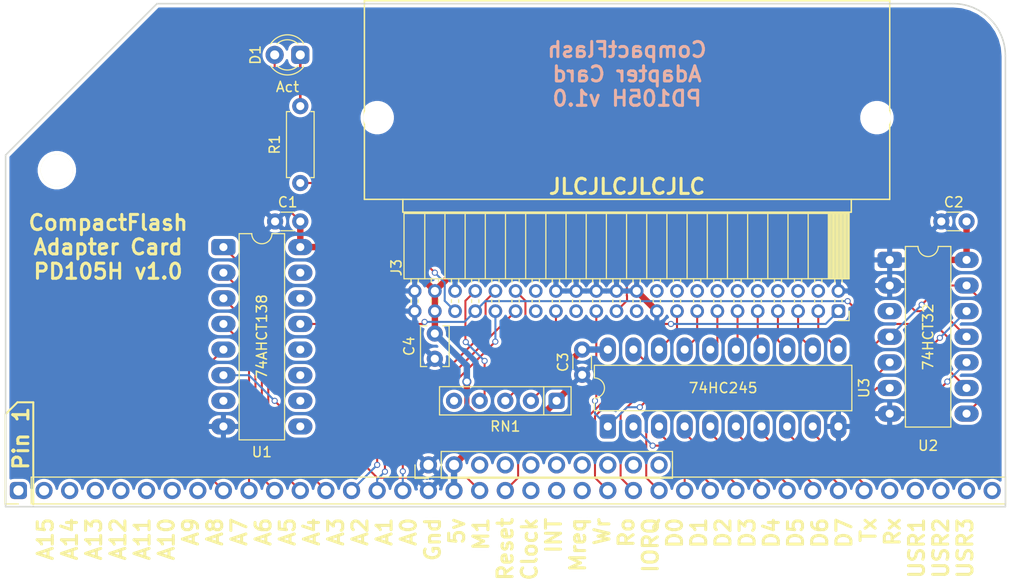
<source format=kicad_pcb>
(kicad_pcb (version 20171130) (host pcbnew "(5.1.10)-1")
  (layers (0 F.Cu signal) (31 B.Cu signal) (36 B.SilkS user) (37 F.SilkS user) (38 B.Mask user) (39 F.Mask user) (44 Edge.Cuts user))
  (net 0 "")
  (net 1 GND)
  (net 2 "Net-(J1-Pad39)")
  (net 3 "Net-(J1-Pad38)")
  (net 4 "Net-(J1-Pad37)")
  (net 5 "Net-(J1-Pad36)")
  (net 6 "Net-(J1-Pad35)")
  (net 7 D7)
  (net 8 D6)
  (net 9 D5)
  (net 10 D4)
  (net 11 D3)
  (net 12 D2)
  (net 13 D1)
  (net 14 D0)
  (net 15 ~IOREQ)
  (net 16 ~RD)
  (net 17 ~WR)
  (net 18 ~RESET)
  (net 19 +5V)
  (net 20 A0)
  (net 21 A1)
  (net 22 A2)
  (net 23 A3)
  (net 24 A4)
  (net 25 A5)
  (net 26 A6)
  (net 27 A7)
  (net 28 "Net-(J1-Pad22)")
  (net 29 "Net-(J1-Pad21)")
  (net 30 "Net-(J2-Pad10)")
  (net 31 "Net-(J2-Pad9)")
  (net 32 "Net-(J2-Pad8)")
  (net 33 "Net-(J2-Pad7)")
  (net 34 "Net-(J2-Pad6)")
  (net 35 "Net-(J2-Pad5)")
  (net 36 "Net-(J2-Pad3)")
  (net 37 "Net-(J1-Pad23)")
  (net 38 "Net-(J1-Pad8)")
  (net 39 "Net-(J1-Pad7)")
  (net 40 "Net-(J1-Pad6)")
  (net 41 "Net-(J1-Pad5)")
  (net 42 "Net-(J1-Pad4)")
  (net 43 "Net-(J1-Pad3)")
  (net 44 "Net-(J1-Pad2)")
  (net 45 "Net-(J1-Pad1)")
  (net 46 "Net-(J2-Pad4)")
  (net 47 ~M1)
  (net 48 "Net-(U1-Pad15)")
  (net 49 "Net-(U1-Pad7)")
  (net 50 "Net-(U1-Pad14)")
  (net 51 "Net-(U1-Pad12)")
  (net 52 "Net-(U1-Pad10)")
  (net 53 "Net-(U1-Pad9)")
  (net 54 ~IOWR)
  (net 55 ~IORD)
  (net 56 /~ACT')
  (net 57 /~PDIAG)
  (net 58 /~ACT)
  (net 59 /~CS1)
  (net 60 "Net-(J3-Pad31)")
  (net 61 "Net-(J3-Pad27)")
  (net 62 D2')
  (net 63 D1')
  (net 64 D0')
  (net 65 ~CFCS)
  (net 66 D7')
  (net 67 D6')
  (net 68 D5')
  (net 69 D4')
  (net 70 D3')
  (net 71 ~IOCS)
  (net 72 "Net-(U1-Pad11)")
  (net 73 "Net-(U2-Pad3)")
  (net 74 "Net-(J3-Pad32)")
  (net 75 ~DMACK)
  (net 76 "Net-(J3-Pad21)")
  (net 77 "Net-(J3-Pad20)")
  (net 78 "Net-(J3-Pad18)")
  (net 79 "Net-(J3-Pad16)")
  (net 80 "Net-(J3-Pad14)")
  (net 81 "Net-(J3-Pad12)")
  (net 82 "Net-(J3-Pad10)")
  (net 83 "Net-(J3-Pad8)")
  (net 84 "Net-(J3-Pad6)")
  (net 85 "Net-(J3-Pad4)")
  (net 86 "Net-(RN1-Pad5)")
  (module Symbol:KiCad-Logo2_5mm_Copper (layer F.Cu) (at 162.56 138.43)
    (fp_text reference REF** hide)
    (fp_text value KiCad-Logo2_5mm_Copper hide)
    (fp_poly (pts (xy -2.9464 -2.510946) (xy -2.935535 -2.397007) (xy -2.903918 -2.289384) (xy -2.853015 -2.190385) (xy -2.784293 -2.102316) (xy -2.699219 -2.027484) (xy -2.602232 -1.969616) (xy -2.495964 -1.929995) (xy -2.38895 -1.911427) (xy -2.2833 -1.912566) (xy -2.181125 -1.93207) (xy -2.084534 -1.968594) (xy -1.995638 -2.020795) (xy -1.916546 -2.087327) (xy -1.849369 -2.166848) (xy -1.796217 -2.258013) (xy -1.759199 -2.359477) (xy -1.740427 -2.469898) (xy -1.738489 -2.519794) (xy -1.738489 -2.607733) (xy -1.68656 -2.607733) (xy -1.650253 -2.604889) (xy -1.623355 -2.593089) (xy -1.596249 -2.569351) (xy -1.557867 -2.530969) (xy -1.557867 -0.339398) (xy -1.557876 -0.077261) (xy -1.557908 0.163241) (xy -1.557972 0.383048) (xy -1.558076 0.583101) (xy -1.558227 0.764344) (xy -1.558434 0.927716) (xy -1.558706 1.07416) (xy -1.55905 1.204617) (xy -1.559474 1.320029) (xy -1.559987 1.421338) (xy -1.560597 1.509484) (xy -1.561312 1.58541) (xy -1.56214 1.650057) (xy -1.563089 1.704367) (xy -1.564167 1.74928) (xy -1.565383 1.78574) (xy -1.566745 1.814687) (xy -1.568261 1.837063) (xy -1.569938 1.853809) (xy -1.571786 1.865868) (xy -1.573813 1.87418) (xy -1.576025 1.879687) (xy -1.577108 1.881537) (xy -1.581271 1.888549) (xy -1.584805 1.894996) (xy -1.588635 1.9009) (xy -1.593682 1.906286) (xy -1.600871 1.911178) (xy -1.611123 1.915598) (xy -1.625364 1.919572) (xy -1.644514 1.923121) (xy -1.669499 1.92627) (xy -1.70124 1.929042) (xy -1.740662 1.931461) (xy -1.788686 1.933551) (xy -1.846237 1.935335) (xy -1.914237 1.936837) (xy -1.99361 1.93808) (xy -2.085279 1.939089) (xy -2.190166 1.939885) (xy -2.309196 1.940494) (xy -2.44329 1.940939) (xy -2.593373 1.941243) (xy -2.760367 1.94143) (xy -2.945196 1.941524) (xy -3.148783 1.941548) (xy -3.37205 1.941525) (xy -3.615922 1.94148) (xy -3.881321 1.941437) (xy -3.919704 1.941432) (xy -4.186682 1.941389) (xy -4.432002 1.941318) (xy -4.656583 1.941213) (xy -4.861345 1.941066) (xy -5.047206 1.940869) (xy -5.215088 1.940616) (xy -5.365908 1.9403) (xy -5.500587 1.939913) (xy -5.620044 1.939447) (xy -5.725199 1.938897) (xy -5.816971 1.938253) (xy -5.896279 1.937511) (xy -5.964043 1.936661) (xy -6.021182 1.935697) (xy -6.068617 1.934611) (xy -6.107266 1.933397) (xy -6.138049 1.932047) (xy -6.161885 1.930555) (xy -6.179694 1.928911) (xy -6.192395 1.927111) (xy -6.200908 1.925145) (xy -6.205266 1.923477) (xy -6.213728 1.919906) (xy -6.221497 1.91727) (xy -6.228602 1.914634) (xy -6.235073 1.911062) (xy -6.240939 1.905621) (xy -6.246229 1.897375) (xy -6.250974 1.88539) (xy -6.255202 1.868731) (xy -6.258943 1.846463) (xy -6.262227 1.817652) (xy -6.265083 1.781363) (xy -6.26754 1.736661) (xy -6.269629 1.682611) (xy -6.271378 1.618279) (xy -6.272817 1.54273) (xy -6.273976 1.45503) (xy -6.274883 1.354243) (xy -6.275569 1.239434) (xy -6.276063 1.10967) (xy -6.276395 0.964015) (xy -6.276593 0.801535) (xy -6.276687 0.621295) (xy -6.276708 0.42236) (xy -6.276685 0.203796) (xy -6.276646 -0.035332) (xy -6.276622 -0.29596) (xy -6.276622 -0.338111) (xy -6.276636 -0.601008) (xy -6.276661 -0.842268) (xy -6.276671 -1.062835) (xy -6.276642 -1.263648) (xy -6.276548 -1.445651) (xy -6.276362 -1.609784) (xy -6.276059 -1.756989) (xy -6.275614 -1.888208) (xy -6.275034 -1.998133) (xy -5.972197 -1.998133) (xy -5.932407 -1.940289) (xy -5.921236 -1.924521) (xy -5.911166 -1.910559) (xy -5.902138 -1.897216) (xy -5.894097 -1.883307) (xy -5.886986 -1.867644) (xy -5.880747 -1.849042) (xy -5.875325 -1.826314) (xy -5.870662 -1.798273) (xy -5.866701 -1.763733) (xy -5.863385 -1.721508) (xy -5.860659 -1.670411) (xy -5.858464 -1.609256) (xy -5.856745 -1.536856) (xy -5.855444 -1.452025) (xy -5.854505 -1.353578) (xy -5.85387 -1.240326) (xy -5.853484 -1.111084) (xy -5.853288 -0.964666) (xy -5.853227 -0.799884) (xy -5.853243 -0.615553) (xy -5.85328 -0.410487) (xy -5.853289 -0.287867) (xy -5.853265 -0.070918) (xy -5.853231 0.124642) (xy -5.853243 0.299999) (xy -5.853358 0.456341) (xy -5.85363 0.594857) (xy -5.854118 0.716734) (xy -5.854876 0.82316) (xy -5.855962 0.915322) (xy -5.857431 0.994409) (xy -5.85934 1.061608) (xy -5.861744 1.118107) (xy -5.864701 1.165093) (xy -5.868266 1.203755) (xy -5.872495 1.23528) (xy -5.877446 1.260855) (xy -5.883173 1.28167) (xy -5.889733 1.298911) (xy -5.897183 1.313765) (xy -5.905579 1.327422) (xy -5.914976 1.341069) (xy -5.925432 1.355893) (xy -5.931523 1.364783) (xy -5.970296 1.4224) (xy -5.438732 1.4224) (xy -5.315483 1.422365) (xy -5.212987 1.422215) (xy -5.12942 1.421878) (xy -5.062956 1.421286) (xy -5.011771 1.420367) (xy -4.974041 1.419051) (xy -4.94794 1.417269) (xy -4.931644 1.414951) (xy -4.923328 1.412026) (xy -4.921168 1.408424) (xy -4.923339 1.404075) (xy -4.924535 1.402645) (xy -4.949685 1.365573) (xy -4.975583 1.312772) (xy -4.999192 1.25077) (xy -5.007461 1.224357) (xy -5.012078 1.206416) (xy -5.015979 1.185355) (xy -5.019248 1.159089) (xy -5.021966 1.125532) (xy -5.024215 1.082599) (xy -5.026077 1.028204) (xy -5.027636 0.960262) (xy -5.028972 0.876688) (xy -5.030169 0.775395) (xy -5.031308 0.6543) (xy -5.031685 0.6096) (xy -5.032702 0.484449) (xy -5.03346 0.380082) (xy -5.033903 0.294707) (xy -5.03397 0.226533) (xy -5.033605 0.173765) (xy -5.032748 0.134614) (xy -5.031341 0.107285) (xy -5.029325 0.089986) (xy -5.026643 0.080926) (xy -5.023236 0.078312) (xy -5.019044 0.080351) (xy -5.014571 0.084667) (xy -5.004216 0.097602) (xy -4.982158 0.126676) (xy -4.949957 0.169759) (xy -4.909174 0.224718) (xy -4.86137 0.289423) (xy -4.808105 0.361742) (xy -4.75094 0.439544) (xy -4.691437 0.520698) (xy -4.631155 0.603072) (xy -4.571655 0.684536) (xy -4.514498 0.762957) (xy -4.461245 0.836204) (xy -4.413457 0.902147) (xy -4.372693 0.958654) (xy -4.340516 1.003593) (xy -4.318485 1.034834) (xy -4.313917 1.041466) (xy -4.290996 1.078369) (xy -4.264188 1.126359) (xy -4.238789 1.175897) (xy -4.235568 1.182577) (xy -4.21389 1.230772) (xy -4.201304 1.268334) (xy -4.195574 1.30416) (xy -4.194456 1.3462) (xy -4.19509 1.4224) (xy -3.040651 1.4224) (xy -3.131815 1.328669) (xy -3.178612 1.278775) (xy -3.228899 1.222295) (xy -3.274944 1.168026) (xy -3.295369 1.142673) (xy -3.325807 1.103128) (xy -3.365862 1.049916) (xy -3.414361 0.984667) (xy -3.470135 0.909011) (xy -3.532011 0.824577) (xy -3.598819 0.732994) (xy -3.669387 0.635892) (xy -3.742545 0.534901) (xy -3.817121 0.43165) (xy -3.891944 0.327768) (xy -3.965843 0.224885) (xy -4.037646 0.124631) (xy -4.106184 0.028636) (xy -4.170284 -0.061473) (xy -4.228775 -0.144064) (xy -4.280486 -0.217508) (xy -4.324247 -0.280176) (xy -4.358885 -0.330439) (xy -4.38323 -0.366666) (xy -4.396111 -0.387229) (xy -4.397869 -0.391332) (xy -4.38991 -0.402658) (xy -4.369115 -0.429838) (xy -4.336847 -0.471171) (xy -4.29447 -0.524956) (xy -4.243347 -0.589494) (xy -4.184841 -0.663082) (xy -4.120314 -0.744022) (xy -4.051131 -0.830612) (xy -3.978653 -0.921152) (xy -3.904246 -1.01394) (xy -3.844517 -1.088298) (xy -2.833511 -1.088298) (xy -2.827602 -1.075341) (xy -2.813272 -1.053092) (xy -2.812225 -1.051609) (xy -2.793438 -1.021456) (xy -2.773791 -0.984625) (xy -2.769892 -0.976489) (xy -2.766356 -0.96806) (xy -2.76323 -0.957941) (xy -2.760486 -0.94474) (xy -2.758092 -0.927062) (xy -2.756019 -0.903516) (xy -2.754235 -0.872707) (xy -2.752712 -0.833243) (xy -2.751419 -0.783731) (xy -2.750326 -0.722777) (xy -2.749403 -0.648989) (xy -2.748619 -0.560972) (xy -2.747945 -0.457335) (xy -2.74735 -0.336684) (xy -2.746805 -0.197626) (xy -2.746279 -0.038768) (xy -2.745745 0.140089) (xy -2.745206 0.325207) (xy -2.744772 0.489145) (xy -2.744509 0.633303) (xy -2.744484 0.759079) (xy -2.744765 0.867871) (xy -2.745419 0.961077) (xy -2.746514 1.040097) (xy -2.748118 1.106328) (xy -2.750297 1.16117) (xy -2.753119 1.206021) (xy -2.756651 1.242278) (xy -2.760961 1.271341) (xy -2.766117 1.294609) (xy -2.772185 1.313479) (xy -2.779233 1.329351) (xy -2.787329 1.343622) (xy -2.79654 1.357691) (xy -2.80504 1.370158) (xy -2.822176 1.396452) (xy -2.832322 1.414037) (xy -2.833511 1.417257) (xy -2.822604 1.418334) (xy -2.791411 1.419335) (xy -2.742223 1.420235) (xy -2.677333 1.42101) (xy -2.59903 1.421637) (xy -2.509607 1.422091) (xy -2.411356 1.422349) (xy -2.342445 1.4224) (xy -2.237452 1.42218) (xy -2.14061 1.421548) (xy -2.054107 1.420549) (xy -1.980132 1.419227) (xy -1.920874 1.417626) (xy -1.87852 1.415791) (xy -1.85526 1.413765) (xy -1.851378 1.412493) (xy -1.859076 1.397591) (xy -1.867074 1.38956) (xy -1.880246 1.372434) (xy -1.897485 1.342183) (xy -1.909407 1.317622) (xy -1.936045 1.258711) (xy -1.93912 0.081845) (xy -1.942195 -1.095022) (xy -2.387853 -1.095022) (xy -2.48567 -1.094858) (xy -2.576064 -1.094389) (xy -2.65663 -1.093653) (xy -2.724962 -1.092684) (xy -2.778656 -1.09152) (xy -2.815305 -1.090197) (xy -2.832504 -1.088751) (xy -2.833511 -1.088298) (xy -3.844517 -1.088298) (xy -3.82927 -1.107278) (xy -3.75509 -1.199463) (xy -3.683069 -1.288796) (xy -3.614569 -1.373576) (xy -3.550955 -1.452102) (xy -3.493588 -1.522674) (xy -3.443833 -1.583591) (xy -3.403052 -1.633153) (xy -3.385888 -1.653822) (xy -3.299596 -1.754484) (xy -3.222997 -1.837741) (xy -3.154183 -1.905562) (xy -3.091248 -1.959911) (xy -3.081867 -1.967278) (xy -3.042356 -1.997883) (xy -4.174116 -1.998133) (xy -4.168827 -1.950156) (xy -4.17213 -1.892812) (xy -4.193661 -1.824537) (xy -4.233635 -1.744788) (xy -4.278943 -1.672505) (xy -4.295161 -1.64986) (xy -4.323214 -1.612304) (xy -4.36143 -1.561979) (xy -4.408137 -1.501027) (xy -4.461661 -1.431589) (xy -4.520331 -1.355806) (xy -4.582475 -1.27582) (xy -4.646421 -1.193772) (xy -4.710495 -1.111804) (xy -4.773027 -1.032057) (xy -4.832343 -0.956673) (xy -4.886771 -0.887793) (xy -4.934639 -0.827558) (xy -4.974275 -0.778111) (xy -5.004006 -0.741592) (xy -5.022161 -0.720142) (xy -5.02522 -0.716844) (xy -5.028079 -0.724851) (xy -5.030293 -0.755145) (xy -5.031857 -0.807444) (xy -5.032767 -0.881469) (xy -5.03302 -0.976937) (xy -5.032613 -1.093566) (xy -5.031704 -1.213555) (xy -5.030382 -1.345667) (xy -5.028857 -1.457406) (xy -5.026881 -1.550975) (xy -5.024206 -1.628581) (xy -5.020582 -1.692426) (xy -5.015761 -1.744717) (xy -5.009494 -1.787656) (xy -5.001532 -1.823449) (xy -4.991627 -1.8543) (xy -4.979531 -1.882414) (xy -4.964993 -1.909995) (xy -4.950311 -1.935034) (xy -4.912314 -1.998133) (xy -5.972197 -1.998133) (xy -6.275034 -1.998133) (xy -6.275001 -2.004383) (xy -6.274195 -2.106456) (xy -6.27317 -2.195367) (xy -6.2719 -2.272059) (xy -6.27036 -2.337473) (xy -6.268524 -2.392551) (xy -6.266367 -2.438235) (xy -6.263863 -2.475466) (xy -6.260987 -2.505187) (xy -6.257713 -2.528338) (xy -6.254015 -2.545861) (xy -6.249869 -2.558699) (xy -6.245247 -2.567792) (xy -6.240126 -2.574082) (xy -6.234478 -2.578512) (xy -6.228279 -2.582022) (xy -6.221504 -2.585555) (xy -6.215508 -2.589124) (xy -6.210275 -2.5917) (xy -6.202099 -2.594028) (xy -6.189886 -2.596122) (xy -6.172541 -2.597993) (xy -6.148969 -2.599653) (xy -6.118077 -2.601116) (xy -6.078768 -2.602392) (xy -6.02995 -2.603496) (xy -5.970527 -2.604439) (xy -5.899404 -2.605233) (xy -5.815488 -2.605891) (xy -5.717683 -2.606425) (xy -5.604894 -2.606847) (xy -5.476029 -2.607171) (xy -5.329991 -2.607408) (xy -5.165686 -2.60757) (xy -4.98202 -2.60767) (xy -4.777897 -2.60772) (xy -4.566753 -2.607733) (xy -2.9464 -2.607733) (xy -2.9464 -2.510946)) (layer F.Cu) (width 0.01))
    (fp_poly (pts (xy 0.328429 -2.050929) (xy 0.48857 -2.029755) (xy 0.65251 -1.989615) (xy 0.822313 -1.930111) (xy 1.000043 -1.850846) (xy 1.01131 -1.845301) (xy 1.069005 -1.817275) (xy 1.120552 -1.793198) (xy 1.162191 -1.774751) (xy 1.190162 -1.763614) (xy 1.199733 -1.761067) (xy 1.21895 -1.756059) (xy 1.223561 -1.751853) (xy 1.218458 -1.74142) (xy 1.202418 -1.715132) (xy 1.177288 -1.675743) (xy 1.144914 -1.626009) (xy 1.107143 -1.568685) (xy 1.065822 -1.506524) (xy 1.022798 -1.442282) (xy 0.979917 -1.378715) (xy 0.939026 -1.318575) (xy 0.901971 -1.26462) (xy 0.8706 -1.219603) (xy 0.846759 -1.186279) (xy 0.832294 -1.167403) (xy 0.830309 -1.165213) (xy 0.820191 -1.169862) (xy 0.79785 -1.187038) (xy 0.76728 -1.21356) (xy 0.751536 -1.228036) (xy 0.655047 -1.303318) (xy 0.548336 -1.358759) (xy 0.432832 -1.393859) (xy 0.309962 -1.40812) (xy 0.240561 -1.406949) (xy 0.119423 -1.389788) (xy 0.010205 -1.353906) (xy -0.087418 -1.299041) (xy -0.173772 -1.22493) (xy -0.249185 -1.131312) (xy -0.313982 -1.017924) (xy -0.351399 -0.931333) (xy -0.395252 -0.795634) (xy -0.427572 -0.64815) (xy -0.448443 -0.492686) (xy -0.457949 -0.333044) (xy -0.456173 -0.173027) (xy -0.443197 -0.016439) (xy -0.419106 0.132918) (xy -0.383982 0.27124) (xy -0.337908 0.394724) (xy -0.321627 0.428978) (xy -0.25338 0.543064) (xy -0.172921 0.639557) (xy -0.08143 0.71767) (xy 0.019911 0.776617) (xy 0.12992 0.815612) (xy 0.247415 0.833868) (xy 0.288883 0.835211) (xy 0.410441 0.82429) (xy 0.530878 0.791474) (xy 0.648666 0.737439) (xy 0.762277 0.662865) (xy 0.853685 0.584539) (xy 0.900215 0.540008) (xy 1.081483 0.837271) (xy 1.12658 0.911433) (xy 1.167819 0.979646) (xy 1.203735 1.039459) (xy 1.232866 1.08842) (xy 1.25375 1.124079) (xy 1.264924 1.143984) (xy 1.266375 1.147079) (xy 1.258146 1.156718) (xy 1.232567 1.173999) (xy 1.192873 1.197283) (xy 1.142297 1.224934) (xy 1.084074 1.255315) (xy 1.021437 1.28679) (xy 0.957621 1.317722) (xy 0.89586 1.346473) (xy 0.839388 1.371408) (xy 0.791438 1.390889) (xy 0.767986 1.399318) (xy 0.634221 1.437133) (xy 0.496327 1.462136) (xy 0.348622 1.47514) (xy 0.221833 1.477468) (xy 0.153878 1.476373) (xy 0.088277 1.474275) (xy 0.030847 1.471434) (xy -0.012597 1.468106) (xy -0.026702 1.466422) (xy -0.165716 1.437587) (xy -0.307243 1.392468) (xy -0.444725 1.33375) (xy -0.571606 1.26412) (xy -0.649111 1.211441) (xy -0.776519 1.103239) (xy -0.894822 0.976671) (xy -1.001828 0.834866) (xy -1.095348 0.680951) (xy -1.17319 0.518053) (xy -1.217044 0.400756) (xy -1.267292 0.217128) (xy -1.300791 0.022581) (xy -1.317551 -0.178675) (xy -1.317584 -0.382432) (xy -1.300899 -0.584479) (xy -1.267507 -0.780608) (xy -1.21742 -0.966609) (xy -1.213603 -0.978197) (xy -1.150719 -1.14025) (xy -1.073972 -1.288168) (xy -0.980758 -1.426135) (xy -0.868473 -1.558339) (xy -0.824608 -1.603601) (xy -0.688466 -1.727543) (xy -0.548509 -1.830085) (xy -0.402589 -1.912344) (xy -0.248558 -1.975436) (xy -0.084268 -2.020477) (xy 0.011289 -2.037967) (xy 0.170023 -2.053534) (xy 0.328429 -2.050929)) (layer F.Cu) (width 0.01))
    (fp_poly (pts (xy 2.673574 -1.133448) (xy 2.825492 -1.113433) (xy 2.960756 -1.079798) (xy 3.080239 -1.032275) (xy 3.184815 -0.970595) (xy 3.262424 -0.907035) (xy 3.331265 -0.832901) (xy 3.385006 -0.753129) (xy 3.42791 -0.660909) (xy 3.443384 -0.617839) (xy 3.456244 -0.578858) (xy 3.467446 -0.542711) (xy 3.47712 -0.507566) (xy 3.485396 -0.47159) (xy 3.492403 -0.43295) (xy 3.498272 -0.389815) (xy 3.503131 -0.340351) (xy 3.50711 -0.282727) (xy 3.51034 -0.215109) (xy 3.512949 -0.135666) (xy 3.515067 -0.042564) (xy 3.516824 0.066027) (xy 3.518349 0.191942) (xy 3.519772 0.337012) (xy 3.521025 0.479778) (xy 3.522351 0.635968) (xy 3.523556 0.771239) (xy 3.524766 0.887246) (xy 3.526106 0.985645) (xy 3.5277 1.068093) (xy 3.529675 1.136246) (xy 3.532156 1.19176) (xy 3.535269 1.236292) (xy 3.539138 1.271498) (xy 3.543889 1.299034) (xy 3.549648 1.320556) (xy 3.556539 1.337722) (xy 3.564689 1.352186) (xy 3.574223 1.365606) (xy 3.585266 1.379638) (xy 3.589566 1.385071) (xy 3.605386 1.40791) (xy 3.612422 1.423463) (xy 3.612444 1.423922) (xy 3.601567 1.426121) (xy 3.570582 1.428147) (xy 3.521957 1.429942) (xy 3.458163 1.431451) (xy 3.381669 1.432616) (xy 3.294944 1.43338) (xy 3.200457 1.433686) (xy 3.18955 1.433689) (xy 2.766657 1.433689) (xy 2.763395 1.337622) (xy 2.760133 1.241556) (xy 2.698044 1.292543) (xy 2.600714 1.360057) (xy 2.490813 1.414749) (xy 2.404349 1.444978) (xy 2.335278 1.459666) (xy 2.251925 1.469659) (xy 2.162159 1.474646) (xy 2.073845 1.474313) (xy 1.994851 1.468351) (xy 1.958622 1.462638) (xy 1.818603 1.424776) (xy 1.692178 1.369932) (xy 1.58026 1.298924) (xy 1.483762 1.212568) (xy 1.4036 1.111679) (xy 1.340687 0.997076) (xy 1.296312 0.870984) (xy 1.283978 0.814401) (xy 1.276368 0.752202) (xy 1.272739 0.677363) (xy 1.272245 0.643467) (xy 1.27231 0.640282) (xy 2.032248 0.640282) (xy 2.041541 0.715333) (xy 2.069728 0.77916) (xy 2.118197 0.834798) (xy 2.123254 0.839211) (xy 2.171548 0.874037) (xy 2.223257 0.89662) (xy 2.283989 0.90854) (xy 2.359352 0.911383) (xy 2.377459 0.910978) (xy 2.431278 0.908325) (xy 2.471308 0.902909) (xy 2.506324 0.892745) (xy 2.545103 0.87585) (xy 2.555745 0.870672) (xy 2.616396 0.834844) (xy 2.663215 0.792212) (xy 2.675952 0.776973) (xy 2.720622 0.720462) (xy 2.720622 0.524586) (xy 2.720086 0.445939) (xy 2.718396 0.387988) (xy 2.715428 0.348875) (xy 2.711057 0.326741) (xy 2.706972 0.320274) (xy 2.691047 0.317111) (xy 2.657264 0.314488) (xy 2.61034 0.312655) (xy 2.554993 0.311857) (xy 2.546106 0.311842) (xy 2.42533 0.317096) (xy 2.32266 0.333263) (xy 2.236106 0.360961) (xy 2.163681 0.400808) (xy 2.108751 0.447758) (xy 2.064204 0.505645) (xy 2.03948 0.568693) (xy 2.032248 0.640282) (xy 1.27231 0.640282) (xy 1.274178 0.549712) (xy 1.282522 0.470812) (xy 1.298768 0.39959) (xy 1.324405 0.328864) (xy 1.348401 0.276493) (xy 1.40702 0.181196) (xy 1.485117 0.09317) (xy 1.580315 0.014017) (xy 1.690238 -0.05466) (xy 1.81251 -0.111259) (xy 1.944755 -0.154179) (xy 2.009422 -0.169118) (xy 2.145604 -0.191223) (xy 2.294049 -0.205806) (xy 2.445505 -0.212187) (xy 2.572064 -0.210555) (xy 2.73395 -0.203776) (xy 2.72653 -0.262755) (xy 2.707238 -0.361908) (xy 2.676104 -0.442628) (xy 2.632269 -0.505534) (xy 2.574871 -0.551244) (xy 2.503048 -0.580378) (xy 2.415941 -0.593553) (xy 2.312686 -0.591389) (xy 2.274711 -0.587388) (xy 2.13352 -0.56222) (xy 1.996707 -0.521186) (xy 1.902178 -0.483185) (xy 1.857018 -0.46381) (xy 1.818585 -0.44824) (xy 1.792234 -0.438595) (xy 1.784546 -0.436548) (xy 1.774802 -0.445626) (xy 1.758083 -0.474595) (xy 1.734232 -0.523783) (xy 1.703093 -0.593516) (xy 1.664507 -0.684121) (xy 1.65791 -0.699911) (xy 1.627853 -0.772228) (xy 1.600874 -0.837575) (xy 1.578136 -0.893094) (xy 1.560806 -0.935928) (xy 1.550048 -0.963219) (xy 1.546941 -0.972058) (xy 1.55694 -0.976813) (xy 1.583217 -0.98209) (xy 1.611489 -0.985769) (xy 1.641646 -0.990526) (xy 1.689433 -0.999972) (xy 1.750612 -1.01318) (xy 1.820946 -1.029224) (xy 1.896194 -1.04718) (xy 1.924755 -1.054203) (xy 2.029816 -1.079791) (xy 2.11748 -1.099853) (xy 2.192068 -1.115031) (xy 2.257903 -1.125965) (xy 2.319307 -1.133296) (xy 2.380602 -1.137665) (xy 2.44611 -1.139713) (xy 2.504128 -1.140111) (xy 2.673574 -1.133448)) (layer F.Cu) (width 0.01))
    (fp_poly (pts (xy 6.186507 -0.527755) (xy 6.186526 -0.293338) (xy 6.186552 -0.080397) (xy 6.186625 0.112168) (xy 6.186782 0.285459) (xy 6.187064 0.440576) (xy 6.187509 0.57862) (xy 6.188156 0.700692) (xy 6.189045 0.807894) (xy 6.190213 0.901326) (xy 6.191701 0.98209) (xy 6.193546 1.051286) (xy 6.195789 1.110015) (xy 6.198469 1.159379) (xy 6.201623 1.200478) (xy 6.205292 1.234413) (xy 6.209513 1.262286) (xy 6.214327 1.285198) (xy 6.219773 1.304249) (xy 6.225888 1.32054) (xy 6.232712 1.335173) (xy 6.240285 1.349249) (xy 6.248645 1.363868) (xy 6.253839 1.372974) (xy 6.288104 1.433689) (xy 5.429955 1.433689) (xy 5.429955 1.337733) (xy 5.429224 1.29437) (xy 5.427272 1.261205) (xy 5.424463 1.243424) (xy 5.423221 1.241778) (xy 5.411799 1.248662) (xy 5.389084 1.266505) (xy 5.366385 1.285879) (xy 5.3118 1.326614) (xy 5.242321 1.367617) (xy 5.16527 1.405123) (xy 5.087965 1.435364) (xy 5.057113 1.445012) (xy 4.988616 1.459578) (xy 4.905764 1.469539) (xy 4.816371 1.474583) (xy 4.728248 1.474396) (xy 4.649207 1.468666) (xy 4.611511 1.462858) (xy 4.473414 1.424797) (xy 4.346113 1.367073) (xy 4.230292 1.290211) (xy 4.126637 1.194739) (xy 4.035833 1.081179) (xy 3.969031 0.970381) (xy 3.914164 0.853625) (xy 3.872163 0.734276) (xy 3.842167 0.608283) (xy 3.823311 0.471594) (xy 3.814732 0.320158) (xy 3.814006 0.242711) (xy 3.8161 0.185934) (xy 4.645217 0.185934) (xy 4.645424 0.279002) (xy 4.648337 0.366692) (xy 4.654 0.443772) (xy 4.662455 0.505009) (xy 4.665038 0.51735) (xy 4.69684 0.624633) (xy 4.738498 0.711658) (xy 4.790363 0.778642) (xy 4.852781 0.825805) (xy 4.9261 0.853365) (xy 5.010669 0.861541) (xy 5.106835 0.850551) (xy 5.170311 0.834829) (xy 5.219454 0.816639) (xy 5.273583 0.790791) (xy 5.314244 0.767089) (xy 5.3848 0.720721) (xy 5.3848 -0.42947) (xy 5.317392 -0.473038) (xy 5.238867 -0.51396) (xy 5.154681 -0.540611) (xy 5.069557 -0.552535) (xy 4.988216 -0.549278) (xy 4.91538 -0.530385) (xy 4.883426 -0.514816) (xy 4.825501 -0.471819) (xy 4.776544 -0.415047) (xy 4.73539 -0.342425) (xy 4.700874 -0.251879) (xy 4.671833 -0.141334) (xy 4.670552 -0.135467) (xy 4.660381 -0.073212) (xy 4.652739 0.004594) (xy 4.64767 0.09272) (xy 4.645217 0.185934) (xy 3.8161 0.185934) (xy 3.821857 0.029895) (xy 3.843802 -0.165941) (xy 3.879786 -0.344668) (xy 3.929759 -0.506155) (xy 3.993668 -0.650274) (xy 4.071462 -0.776894) (xy 4.163089 -0.885885) (xy 4.268497 -0.977117) (xy 4.313662 -1.008068) (xy 4.414611 -1.064215) (xy 4.517901 -1.103826) (xy 4.627989 -1.127986) (xy 4.74933 -1.137781) (xy 4.841836 -1.136735) (xy 4.97149 -1.125769) (xy 5.084084 -1.103954) (xy 5.182875 -1.070286) (xy 5.271121 -1.023764) (xy 5.319986 -0.989552) (xy 5.349353 -0.967638) (xy 5.371043 -0.952667) (xy 5.379253 -0.948267) (xy 5.380868 -0.959096) (xy 5.382159 -0.989749) (xy 5.383138 -1.037474) (xy 5.383817 -1.099521) (xy 5.38421 -1.173138) (xy 5.38433 -1.255573) (xy 5.384188 -1.344075) (xy 5.383797 -1.435893) (xy 5.383171 -1.528276) (xy 5.38232 -1.618472) (xy 5.38126 -1.703729) (xy 5.380001 -1.781297) (xy 5.378556 -1.848424) (xy 5.376938 -1.902359) (xy 5.375161 -1.94035) (xy 5.374669 -1.947333) (xy 5.367092 -2.017749) (xy 5.355531 -2.072898) (xy 5.337792 -2.120019) (xy 5.311682 -2.166353) (xy 5.305415 -2.175933) (xy 5.280983 -2.212622) (xy 6.186311 -2.212622) (xy 6.186507 -0.527755)) (layer F.Cu) (width 0.01))
    (fp_poly (pts (xy -2.273043 -2.973429) (xy -2.176768 -2.949191) (xy -2.090184 -2.906359) (xy -2.015373 -2.846581) (xy -1.954418 -2.771506) (xy -1.909399 -2.68278) (xy -1.883136 -2.58647) (xy -1.877286 -2.489205) (xy -1.89214 -2.395346) (xy -1.92584 -2.307489) (xy -1.976528 -2.22823) (xy -2.042345 -2.160164) (xy -2.121434 -2.105888) (xy -2.211934 -2.067998) (xy -2.2632 -2.055574) (xy -2.307698 -2.048053) (xy -2.341999 -2.045081) (xy -2.37496 -2.046906) (xy -2.415434 -2.053775) (xy -2.448531 -2.06075) (xy -2.541947 -2.092259) (xy -2.625619 -2.143383) (xy -2.697665 -2.212571) (xy -2.7562 -2.298272) (xy -2.770148 -2.325511) (xy -2.786586 -2.361878) (xy -2.796894 -2.392418) (xy -2.80246 -2.42455) (xy -2.804669 -2.465693) (xy -2.804948 -2.511778) (xy -2.800861 -2.596135) (xy -2.787446 -2.665414) (xy -2.762256 -2.726039) (xy -2.722846 -2.784433) (xy -2.684298 -2.828698) (xy -2.612406 -2.894516) (xy -2.537313 -2.939947) (xy -2.454562 -2.96715) (xy -2.376928 -2.977424) (xy -2.273043 -2.973429)) (layer F.Cu) (width 0.01))
    (fp_poly (pts (xy -6.121371 2.269066) (xy -6.081889 2.269467) (xy -5.9662 2.272259) (xy -5.869311 2.28055) (xy -5.787919 2.295232) (xy -5.718723 2.317193) (xy -5.65842 2.347322) (xy -5.603708 2.38651) (xy -5.584167 2.403532) (xy -5.55175 2.443363) (xy -5.52252 2.497413) (xy -5.499991 2.557323) (xy -5.487679 2.614739) (xy -5.4864 2.635956) (xy -5.494417 2.694769) (xy -5.515899 2.759013) (xy -5.546999 2.819821) (xy -5.583866 2.86833) (xy -5.589854 2.874182) (xy -5.640579 2.915321) (xy -5.696125 2.947435) (xy -5.759696 2.971365) (xy -5.834494 2.987953) (xy -5.923722 2.998041) (xy -6.030582 3.002469) (xy -6.079528 3.002845) (xy -6.141762 3.002545) (xy -6.185528 3.001292) (xy -6.214931 2.998554) (xy -6.234079 2.993801) (xy -6.247077 2.986501) (xy -6.254045 2.980267) (xy -6.260626 2.972694) (xy -6.265788 2.962924) (xy -6.269703 2.94834) (xy -6.272543 2.926326) (xy -6.27448 2.894264) (xy -6.275684 2.849536) (xy -6.276328 2.789526) (xy -6.276583 2.711617) (xy -6.276622 2.635956) (xy -6.27687 2.535041) (xy -6.276817 2.454427) (xy -6.275857 2.415822) (xy -6.129867 2.415822) (xy -6.129867 2.856089) (xy -6.036734 2.856004) (xy -5.980693 2.854396) (xy -5.921999 2.850256) (xy -5.873028 2.844464) (xy -5.871538 2.844226) (xy -5.792392 2.82509) (xy -5.731002 2.795287) (xy -5.684305 2.752878) (xy -5.654635 2.706961) (xy -5.636353 2.656026) (xy -5.637771 2.6082) (xy -5.658988 2.556933) (xy -5.700489 2.503899) (xy -5.757998 2.4646) (xy -5.83275 2.438331) (xy -5.882708 2.429035) (xy -5.939416 2.422507) (xy -5.999519 2.417782) (xy -6.050639 2.415817) (xy -6.053667 2.415808) (xy -6.129867 2.415822) (xy -6.275857 2.415822) (xy -6.27526 2.391851) (xy -6.270998 2.345055) (xy -6.26283 2.311778) (xy -6.249556 2.289759) (xy -6.229974 2.276739) (xy -6.202883 2.270457) (xy -6.167082 2.268653) (xy -6.121371 2.269066)) (layer F.Cu) (width 0.01))
    (fp_poly (pts (xy -4.712794 2.269146) (xy -4.643386 2.269518) (xy -4.590997 2.270385) (xy -4.552847 2.271946) (xy -4.526159 2.274403) (xy -4.508153 2.277957) (xy -4.496049 2.28281) (xy -4.487069 2.289161) (xy -4.483818 2.292084) (xy -4.464043 2.323142) (xy -4.460482 2.358828) (xy -4.473491 2.39051) (xy -4.479506 2.396913) (xy -4.489235 2.403121) (xy -4.504901 2.40791) (xy -4.529408 2.411514) (xy -4.565661 2.414164) (xy -4.616565 2.416095) (xy -4.685026 2.417539) (xy -4.747617 2.418418) (xy -4.995334 2.421467) (xy -4.998719 2.486378) (xy -5.002105 2.551289) (xy -4.833958 2.551289) (xy -4.760959 2.551919) (xy -4.707517 2.554553) (xy -4.670628 2.560309) (xy -4.647288 2.570304) (xy -4.634494 2.585656) (xy -4.629242 2.607482) (xy -4.628445 2.627738) (xy -4.630923 2.652592) (xy -4.640277 2.670906) (xy -4.659383 2.683637) (xy -4.691118 2.691741) (xy -4.738359 2.696176) (xy -4.803983 2.697899) (xy -4.839801 2.698045) (xy -5.000978 2.698045) (xy -5.000978 2.856089) (xy -4.752622 2.856089) (xy -4.671213 2.856202) (xy -4.609342 2.856712) (xy -4.563968 2.85787) (xy -4.532054 2.85993) (xy -4.510559 2.863146) (xy -4.496443 2.867772) (xy -4.486668 2.874059) (xy -4.481689 2.878667) (xy -4.46461 2.90556) (xy -4.459111 2.929467) (xy -4.466963 2.958667) (xy -4.481689 2.980267) (xy -4.489546 2.987066) (xy -4.499688 2.992346) (xy -4.514844 2.996298) (xy -4.537741 2.999113) (xy -4.571109 3.000982) (xy -4.617675 3.002098) (xy -4.680167 3.002651) (xy -4.761314 3.002833) (xy -4.803422 3.002845) (xy -4.893598 3.002765) (xy -4.963924 3.002398) (xy -5.017129 3.001552) (xy -5.05594 3.000036) (xy -5.083087 2.997659) (xy -5.101298 2.994229) (xy -5.1133 2.989554) (xy -5.121822 2.983444) (xy -5.125156 2.980267) (xy -5.131755 2.97267) (xy -5.136927 2.96287) (xy -5.140846 2.948239) (xy -5.143684 2.926152) (xy -5.145615 2.893982) (xy -5.146812 2.849103) (xy -5.147448 2.788889) (xy -5.147697 2.710713) (xy -5.147734 2.637923) (xy -5.1477 2.544707) (xy -5.147465 2.471431) (xy -5.14683 2.415458) (xy -5.145594 2.374151) (xy -5.143556 2.344872) (xy -5.140517 2.324984) (xy -5.136277 2.31185) (xy -5.130635 2.302832) (xy -5.123391 2.295293) (xy -5.121606 2.293612) (xy -5.112945 2.286172) (xy -5.102882 2.280409) (xy -5.088625 2.276112) (xy -5.067383 2.273064) (xy -5.036364 2.271051) (xy -4.992777 2.26986) (xy -4.933831 2.269275) (xy -4.856734 2.269083) (xy -4.802001 2.269067) (xy -4.712794 2.269146)) (layer F.Cu) (width 0.01))
    (fp_poly (pts (xy -3.691703 2.270351) (xy -3.616888 2.275581) (xy -3.547306 2.28375) (xy -3.487002 2.29455) (xy -3.44002 2.307673) (xy -3.410406 2.322813) (xy -3.40586 2.327269) (xy -3.390054 2.36185) (xy -3.394847 2.397351) (xy -3.419364 2.427725) (xy -3.420534 2.428596) (xy -3.434954 2.437954) (xy -3.450008 2.442876) (xy -3.471005 2.443473) (xy -3.503257 2.439861) (xy -3.552073 2.432154) (xy -3.556 2.431505) (xy -3.628739 2.422569) (xy -3.707217 2.418161) (xy -3.785927 2.418119) (xy -3.859361 2.422279) (xy -3.922011 2.430479) (xy -3.96837 2.442557) (xy -3.971416 2.443771) (xy -4.005048 2.462615) (xy -4.016864 2.481685) (xy -4.007614 2.500439) (xy -3.978047 2.518337) (xy -3.928911 2.534837) (xy -3.860957 2.549396) (xy -3.815645 2.556406) (xy -3.721456 2.569889) (xy -3.646544 2.582214) (xy -3.587717 2.594449) (xy -3.541785 2.607661) (xy -3.505555 2.622917) (xy -3.475838 2.641285) (xy -3.449442 2.663831) (xy -3.42823 2.685971) (xy -3.403065 2.716819) (xy -3.390681 2.743345) (xy -3.386808 2.776026) (xy -3.386667 2.787995) (xy -3.389576 2.827712) (xy -3.401202 2.857259) (xy -3.421323 2.883486) (xy -3.462216 2.923576) (xy -3.507817 2.954149) (xy -3.561513 2.976203) (xy -3.626692 2.990735) (xy -3.706744 2.998741) (xy -3.805057 3.001218) (xy -3.821289 3.001177) (xy -3.886849 2.999818) (xy -3.951866 2.99673) (xy -4.009252 2.992356) (xy -4.051922 2.98714) (xy -4.055372 2.986541) (xy -4.097796 2.976491) (xy -4.13378 2.963796) (xy -4.15415 2.95219) (xy -4.173107 2.921572) (xy -4.174427 2.885918) (xy -4.158085 2.854144) (xy -4.154429 2.850551) (xy -4.139315 2.839876) (xy -4.120415 2.835276) (xy -4.091162 2.836059) (xy -4.055651 2.840127) (xy -4.01597 2.843762) (xy -3.960345 2.846828) (xy -3.895406 2.849053) (xy -3.827785 2.850164) (xy -3.81 2.850237) (xy -3.742128 2.849964) (xy -3.692454 2.848646) (xy -3.65661 2.845827) (xy -3.630224 2.84105) (xy -3.608926 2.833857) (xy -3.596126 2.827867) (xy -3.568 2.811233) (xy -3.550068 2.796168) (xy -3.547447 2.791897) (xy -3.552976 2.774263) (xy -3.57926 2.757192) (xy -3.624478 2.741458) (xy -3.686808 2.727838) (xy -3.705171 2.724804) (xy -3.80109 2.709738) (xy -3.877641 2.697146) (xy -3.93778 2.686111) (xy -3.98446 2.67572) (xy -4.020637 2.665056) (xy -4.049265 2.653205) (xy -4.073298 2.639251) (xy -4.095692 2.622281) (xy -4.119402 2.601378) (xy -4.12738 2.594049) (xy -4.155353 2.566699) (xy -4.17016 2.545029) (xy -4.175952 2.520232) (xy -4.176889 2.488983) (xy -4.166575 2.427705) (xy -4.135752 2.37564) (xy -4.084595 2.332958) (xy -4.013283 2.299825) (xy -3.9624 2.284964) (xy -3.9071 2.275366) (xy -3.840853 2.269936) (xy -3.767706 2.268367) (xy -3.691703 2.270351)) (layer F.Cu) (width 0.01))
    (fp_poly (pts (xy -2.923822 2.291645) (xy -2.917242 2.299218) (xy -2.912079 2.308987) (xy -2.908164 2.323571) (xy -2.905324 2.345585) (xy -2.903387 2.377648) (xy -2.902183 2.422375) (xy -2.901539 2.482385) (xy -2.901284 2.560294) (xy -2.901245 2.635956) (xy -2.901314 2.729802) (xy -2.901638 2.803689) (xy -2.902386 2.860232) (xy -2.903732 2.902049) (xy -2.905846 2.931757) (xy -2.9089 2.951973) (xy -2.913066 2.965314) (xy -2.918516 2.974398) (xy -2.923822 2.980267) (xy -2.956826 2.999947) (xy -2.991991 2.998181) (xy -3.023455 2.976717) (xy -3.030684 2.968337) (xy -3.036334 2.958614) (xy -3.040599 2.944861) (xy -3.043673 2.924389) (xy -3.045752 2.894512) (xy -3.04703 2.852541) (xy -3.047701 2.795789) (xy -3.047959 2.721567) (xy -3.048 2.637537) (xy -3.048 2.324485) (xy -3.020291 2.296776) (xy -2.986137 2.273463) (xy -2.953006 2.272623) (xy -2.923822 2.291645)) (layer F.Cu) (width 0.01))
    (fp_poly (pts (xy -1.950081 2.274599) (xy -1.881565 2.286095) (xy -1.828943 2.303967) (xy -1.794708 2.327499) (xy -1.785379 2.340924) (xy -1.775893 2.372148) (xy -1.782277 2.400395) (xy -1.80243 2.427182) (xy -1.833745 2.439713) (xy -1.879183 2.438696) (xy -1.914326 2.431906) (xy -1.992419 2.418971) (xy -2.072226 2.417742) (xy -2.161555 2.428241) (xy -2.186229 2.43269) (xy -2.269291 2.456108) (xy -2.334273 2.490945) (xy -2.380461 2.536604) (xy -2.407145 2.592494) (xy -2.412663 2.621388) (xy -2.409051 2.680012) (xy -2.385729 2.731879) (xy -2.344824 2.775978) (xy -2.288459 2.811299) (xy -2.21876 2.836829) (xy -2.137852 2.851559) (xy -2.04786 2.854478) (xy -1.95091 2.844575) (xy -1.945436 2.843641) (xy -1.906875 2.836459) (xy -1.885494 2.829521) (xy -1.876227 2.819227) (xy -1.874006 2.801976) (xy -1.873956 2.792841) (xy -1.873956 2.754489) (xy -1.942431 2.754489) (xy -2.0029 2.750347) (xy -2.044165 2.737147) (xy -2.068175 2.71373) (xy -2.076877 2.678936) (xy -2.076983 2.674394) (xy -2.071892 2.644654) (xy -2.054433 2.623419) (xy -2.021939 2.609366) (xy -1.971743 2.601173) (xy -1.923123 2.598161) (xy -1.852456 2.596433) (xy -1.801198 2.59907) (xy -1.766239 2.6088) (xy -1.74447 2.628353) (xy -1.73278 2.660456) (xy -1.72806 2.707838) (xy -1.7272 2.770071) (xy -1.728609 2.839535) (xy -1.732848 2.886786) (xy -1.739936 2.912012) (xy -1.741311 2.913988) (xy -1.780228 2.945508) (xy -1.837286 2.97047) (xy -1.908869 2.98834) (xy -1.991358 2.998586) (xy -2.081139 3.000673) (xy -2.174592 2.994068) (xy -2.229556 2.985956) (xy -2.315766 2.961554) (xy -2.395892 2.921662) (xy -2.462977 2.869887) (xy -2.473173 2.859539) (xy -2.506302 2.816035) (xy -2.536194 2.762118) (xy -2.559357 2.705592) (xy -2.572298 2.654259) (xy -2.573858 2.634544) (xy -2.567218 2.593419) (xy -2.549568 2.542252) (xy -2.524297 2.488394) (xy -2.494789 2.439195) (xy -2.468719 2.406334) (xy -2.407765 2.357452) (xy -2.328969 2.318545) (xy -2.235157 2.290494) (xy -2.12915 2.274179) (xy -2.032 2.270192) (xy -1.950081 2.274599)) (layer F.Cu) (width 0.01))
    (fp_poly (pts (xy -1.300114 2.273448) (xy -1.276548 2.287273) (xy -1.245735 2.309881) (xy -1.206078 2.342338) (xy -1.15598 2.385708) (xy -1.093843 2.441058) (xy -1.018072 2.509451) (xy -0.931334 2.588084) (xy -0.750711 2.751878) (xy -0.745067 2.532029) (xy -0.743029 2.456351) (xy -0.741063 2.399994) (xy -0.738734 2.359706) (xy -0.735606 2.332235) (xy -0.731245 2.314329) (xy -0.725216 2.302737) (xy -0.717084 2.294208) (xy -0.712772 2.290623) (xy -0.678241 2.27167) (xy -0.645383 2.274441) (xy -0.619318 2.290633) (xy -0.592667 2.312199) (xy -0.589352 2.627151) (xy -0.588435 2.719779) (xy -0.587968 2.792544) (xy -0.588113 2.848161) (xy -0.589032 2.889342) (xy -0.590887 2.918803) (xy -0.593839 2.939255) (xy -0.59805 2.953413) (xy -0.603682 2.963991) (xy -0.609927 2.972474) (xy -0.623439 2.988207) (xy -0.636883 2.998636) (xy -0.652124 3.002639) (xy -0.671026 2.999094) (xy -0.695455 2.986879) (xy -0.727273 2.964871) (xy -0.768348 2.931949) (xy -0.820542 2.886991) (xy -0.885722 2.828875) (xy -0.959556 2.762099) (xy -1.224845 2.521458) (xy -1.230489 2.740589) (xy -1.232531 2.816128) (xy -1.234502 2.872354) (xy -1.236839 2.912524) (xy -1.239981 2.939896) (xy -1.244364 2.957728) (xy -1.250424 2.969279) (xy -1.2586 2.977807) (xy -1.262784 2.981282) (xy -1.299765 3.000372) (xy -1.334708 2.997493) (xy -1.365136 2.9731) (xy -1.372097 2.963286) (xy -1.377523 2.951826) (xy -1.381603 2.935968) (xy -1.384529 2.912963) (xy -1.386492 2.880062) (xy -1.387683 2.834516) (xy -1.388292 2.773573) (xy -1.388511 2.694486) (xy -1.388534 2.635956) (xy -1.38846 2.544407) (xy -1.388113 2.472687) (xy -1.387301 2.418045) (xy -1.385833 2.377732) (xy -1.383519 2.348998) (xy -1.380167 2.329093) (xy -1.375588 2.315268) (xy -1.369589 2.304772) (xy -1.365136 2.298811) (xy -1.35385 2.284691) (xy -1.343301 2.274029) (xy -1.331893 2.267892) (xy -1.31803 2.267343) (xy -1.300114 2.273448)) (layer F.Cu) (width 0.01))
    (fp_poly (pts (xy 0.230343 2.26926) (xy 0.306701 2.270174) (xy 0.365217 2.272311) (xy 0.408255 2.276175) (xy 0.438183 2.282267) (xy 0.457368 2.29109) (xy 0.468176 2.303146) (xy 0.472973 2.318939) (xy 0.474127 2.33897) (xy 0.474133 2.341335) (xy 0.473131 2.363992) (xy 0.468396 2.381503) (xy 0.457333 2.394574) (xy 0.437348 2.403913) (xy 0.405846 2.410227) (xy 0.360232 2.414222) (xy 0.297913 2.416606) (xy 0.216293 2.418086) (xy 0.191277 2.418414) (xy -0.0508 2.421467) (xy -0.054186 2.486378) (xy -0.057571 2.551289) (xy 0.110576 2.551289) (xy 0.176266 2.551531) (xy 0.223172 2.552556) (xy 0.255083 2.554811) (xy 0.275791 2.558742) (xy 0.289084 2.564798) (xy 0.298755 2.573424) (xy 0.298817 2.573493) (xy 0.316356 2.607112) (xy 0.315722 2.643448) (xy 0.297314 2.674423) (xy 0.293671 2.677607) (xy 0.280741 2.685812) (xy 0.263024 2.691521) (xy 0.23657 2.695162) (xy 0.197432 2.697167) (xy 0.141662 2.697964) (xy 0.105994 2.698045) (xy -0.056445 2.698045) (xy -0.056445 2.856089) (xy 0.190161 2.856089) (xy 0.27158 2.856231) (xy 0.33341 2.856814) (xy 0.378637 2.858068) (xy 0.410248 2.860227) (xy 0.431231 2.863523) (xy 0.444573 2.868189) (xy 0.453261 2.874457) (xy 0.45545 2.876733) (xy 0.471614 2.90828) (xy 0.472797 2.944168) (xy 0.459536 2.975285) (xy 0.449043 2.985271) (xy 0.438129 2.990769) (xy 0.421217 2.995022) (xy 0.395633 2.99818) (xy 0.358701 3.000392) (xy 0.307746 3.001806) (xy 0.240094 3.002572) (xy 0.153069 3.002838) (xy 0.133394 3.002845) (xy 0.044911 3.002787) (xy -0.023773 3.002467) (xy -0.075436 3.001667) (xy -0.112855 3.000167) (xy -0.13881 2.997749) (xy -0.156078 2.994194) (xy -0.167438 2.989282) (xy -0.175668 2.982795) (xy -0.180183 2.978138) (xy -0.186979 2.969889) (xy -0.192288 2.959669) (xy -0.196294 2.9448) (xy -0.199179 2.922602) (xy -0.201126 2.890393) (xy -0.202319 2.845496) (xy -0.202939 2.785228) (xy -0.203171 2.706911) (xy -0.2032 2.640994) (xy -0.203129 2.548628) (xy -0.202792 2.476117) (xy -0.202002 2.420737) (xy -0.200574 2.379765) (xy -0.198321 2.350478) (xy -0.195057 2.330153) (xy -0.190596 2.316066) (xy -0.184752 2.305495) (xy -0.179803 2.298811) (xy -0.156406 2.269067) (xy 0.133774 2.269067) (xy 0.230343 2.26926)) (layer F.Cu) (width 0.01))
    (fp_poly (pts (xy 1.018309 2.269275) (xy 1.147288 2.273636) (xy 1.256991 2.286861) (xy 1.349226 2.309741) (xy 1.425802 2.34307) (xy 1.488527 2.387638) (xy 1.539212 2.444236) (xy 1.579663 2.513658) (xy 1.580459 2.515351) (xy 1.604601 2.577483) (xy 1.613203 2.632509) (xy 1.606231 2.687887) (xy 1.583654 2.751073) (xy 1.579372 2.760689) (xy 1.550172 2.816966) (xy 1.517356 2.860451) (xy 1.475002 2.897417) (xy 1.41719 2.934135) (xy 1.413831 2.936052) (xy 1.363504 2.960227) (xy 1.306621 2.978282) (xy 1.239527 2.990839) (xy 1.158565 2.998522) (xy 1.060082 3.001953) (xy 1.025286 3.002251) (xy 0.859594 3.002845) (xy 0.836197 2.9731) (xy 0.829257 2.963319) (xy 0.823842 2.951897) (xy 0.819765 2.936095) (xy 0.816837 2.913175) (xy 0.814867 2.880396) (xy 0.814225 2.856089) (xy 0.970844 2.856089) (xy 1.064726 2.856089) (xy 1.119664 2.854483) (xy 1.17606 2.850255) (xy 1.222345 2.844292) (xy 1.225139 2.84379) (xy 1.307348 2.821736) (xy 1.371114 2.7886) (xy 1.418452 2.742847) (xy 1.451382 2.682939) (xy 1.457108 2.667061) (xy 1.462721 2.642333) (xy 1.460291 2.617902) (xy 1.448467 2.5854) (xy 1.44134 2.569434) (xy 1.418 2.527006) (xy 1.38988 2.49724) (xy 1.35894 2.476511) (xy 1.296966 2.449537) (xy 1.217651 2.429998) (xy 1.125253 2.418746) (xy 1.058333 2.41627) (xy 0.970844 2.415822) (xy 0.970844 2.856089) (xy 0.814225 2.856089) (xy 0.813668 2.835021) (xy 0.81305 2.774311) (xy 0.812825 2.695526) (xy 0.8128 2.63392) (xy 0.8128 2.324485) (xy 0.840509 2.296776) (xy 0.852806 2.285544) (xy 0.866103 2.277853) (xy 0.884672 2.27304) (xy 0.912786 2.270446) (xy 0.954717 2.26941) (xy 1.014737 2.26927) (xy 1.018309 2.269275)) (layer F.Cu) (width 0.01))
    (fp_poly (pts (xy 3.744665 2.271034) (xy 3.764255 2.278035) (xy 3.76501 2.278377) (xy 3.791613 2.298678) (xy 3.80627 2.319561) (xy 3.809138 2.329352) (xy 3.808996 2.342361) (xy 3.804961 2.360895) (xy 3.796146 2.387257) (xy 3.781669 2.423752) (xy 3.760645 2.472687) (xy 3.732188 2.536365) (xy 3.695415 2.617093) (xy 3.675175 2.661216) (xy 3.638625 2.739985) (xy 3.604315 2.812423) (xy 3.573552 2.87588) (xy 3.547648 2.927708) (xy 3.52791 2.965259) (xy 3.51565 2.985884) (xy 3.513224 2.988733) (xy 3.482183 3.001302) (xy 3.447121 2.999619) (xy 3.419 2.984332) (xy 3.417854 2.983089) (xy 3.406668 2.966154) (xy 3.387904 2.93317) (xy 3.363875 2.88838) (xy 3.336897 2.836032) (xy 3.327201 2.816742) (xy 3.254014 2.67015) (xy 3.17424 2.829393) (xy 3.145767 2.884415) (xy 3.11935 2.932132) (xy 3.097148 2.968893) (xy 3.081319 2.991044) (xy 3.075954 2.995741) (xy 3.034257 3.002102) (xy 2.999849 2.988733) (xy 2.989728 2.974446) (xy 2.972214 2.942692) (xy 2.948735 2.896597) (xy 2.92072 2.839285) (xy 2.889599 2.77388) (xy 2.856799 2.703507) (xy 2.82375 2.631291) (xy 2.791881 2.560355) (xy 2.762619 2.493825) (xy 2.737395 2.434826) (xy 2.717636 2.386481) (xy 2.704772 2.351915) (xy 2.700231 2.334253) (xy 2.700277 2.333613) (xy 2.711326 2.311388) (xy 2.73341 2.288753) (xy 2.73471 2.287768) (xy 2.761853 2.272425) (xy 2.786958 2.272574) (xy 2.796368 2.275466) (xy 2.807834 2.281718) (xy 2.82001 2.294014) (xy 2.834357 2.314908) (xy 2.852336 2.346949) (xy 2.875407 2.392688) (xy 2.90503 2.454677) (xy 2.931745 2.511898) (xy 2.96248 2.578226) (xy 2.990021 2.637874) (xy 3.012938 2.687725) (xy 3.029798 2.724664) (xy 3.039173 2.745573) (xy 3.04054 2.748845) (xy 3.046689 2.743497) (xy 3.060822 2.721109) (xy 3.081057 2.684946) (xy 3.105515 2.638277) (xy 3.115248 2.619022) (xy 3.148217 2.554004) (xy 3.173643 2.506654) (xy 3.193612 2.474219) (xy 3.21021 2.453946) (xy 3.225524 2.443082) (xy 3.24164 2.438875) (xy 3.252143 2.4384) (xy 3.27067 2.440042) (xy 3.286904 2.446831) (xy 3.303035 2.461566) (xy 3.321251 2.487044) (xy 3.343739 2.526061) (xy 3.372689 2.581414) (xy 3.388662 2.612903) (xy 3.41457 2.663087) (xy 3.437167 2.704704) (xy 3.454458 2.734242) (xy 3.46445 2.748189) (xy 3.465809 2.74877) (xy 3.472261 2.737793) (xy 3.486708 2.70929) (xy 3.507703 2.666244) (xy 3.533797 2.611638) (xy 3.563546 2.548454) (xy 3.57818 2.517071) (xy 3.61625 2.436078) (xy 3.646905 2.373756) (xy 3.671737 2.328071) (xy 3.692337 2.296989) (xy 3.710298 2.278478) (xy 3.72721 2.270504) (xy 3.744665 2.271034)) (layer F.Cu) (width 0.01))
    (fp_poly (pts (xy 4.188614 2.275877) (xy 4.212327 2.290647) (xy 4.238978 2.312227) (xy 4.238978 2.633773) (xy 4.238893 2.72783) (xy 4.238529 2.801932) (xy 4.237724 2.858704) (xy 4.236313 2.900768) (xy 4.234133 2.930748) (xy 4.231021 2.951267) (xy 4.226814 2.964949) (xy 4.221348 2.974416) (xy 4.217472 2.979082) (xy 4.186034 2.999575) (xy 4.150233 2.998739) (xy 4.118873 2.981264) (xy 4.092222 2.959684) (xy 4.092222 2.312227) (xy 4.118873 2.290647) (xy 4.144594 2.274949) (xy 4.1656 2.269067) (xy 4.188614 2.275877)) (layer F.Cu) (width 0.01))
    (fp_poly (pts (xy 4.963065 2.269163) (xy 5.041772 2.269542) (xy 5.102863 2.270333) (xy 5.148817 2.27167) (xy 5.182114 2.273683) (xy 5.205236 2.276506) (xy 5.220662 2.280269) (xy 5.230871 2.285105) (xy 5.235813 2.288822) (xy 5.261457 2.321358) (xy 5.264559 2.355138) (xy 5.248711 2.385826) (xy 5.238348 2.398089) (xy 5.227196 2.40645) (xy 5.211035 2.411657) (xy 5.185642 2.414457) (xy 5.146798 2.415596) (xy 5.09028 2.415821) (xy 5.07918 2.415822) (xy 4.933244 2.415822) (xy 4.933244 2.686756) (xy 4.933148 2.772154) (xy 4.932711 2.837864) (xy 4.931712 2.886774) (xy 4.929928 2.921773) (xy 4.927137 2.945749) (xy 4.923117 2.961593) (xy 4.917645 2.972191) (xy 4.910666 2.980267) (xy 4.877734 3.000112) (xy 4.843354 2.998548) (xy 4.812176 2.975906) (xy 4.809886 2.9731) (xy 4.802429 2.962492) (xy 4.796747 2.950081) (xy 4.792601 2.93285) (xy 4.78975 2.907784) (xy 4.787954 2.871867) (xy 4.786972 2.822083) (xy 4.786564 2.755417) (xy 4.786489 2.679589) (xy 4.786489 2.415822) (xy 4.647127 2.415822) (xy 4.587322 2.415418) (xy 4.545918 2.41384) (xy 4.518748 2.410547) (xy 4.501646 2.404992) (xy 4.490443 2.396631) (xy 4.489083 2.395178) (xy 4.472725 2.361939) (xy 4.474172 2.324362) (xy 4.492978 2.291645) (xy 4.50025 2.285298) (xy 4.509627 2.280266) (xy 4.523609 2.276396) (xy 4.544696 2.273537) (xy 4.575389 2.271535) (xy 4.618189 2.270239) (xy 4.675595 2.269498) (xy 4.75011 2.269158) (xy 4.844233 2.269068) (xy 4.86426 2.269067) (xy 4.963065 2.269163)) (layer F.Cu) (width 0.01))
    (fp_poly (pts (xy 6.228823 2.274533) (xy 6.260202 2.296776) (xy 6.287911 2.324485) (xy 6.287911 2.63392) (xy 6.287838 2.725799) (xy 6.287495 2.79784) (xy 6.286692 2.85278) (xy 6.285241 2.89336) (xy 6.282952 2.922317) (xy 6.279636 2.942391) (xy 6.275105 2.956321) (xy 6.269169 2.966845) (xy 6.264514 2.9731) (xy 6.233783 2.997673) (xy 6.198496 3.000341) (xy 6.166245 2.985271) (xy 6.155588 2.976374) (xy 6.148464 2.964557) (xy 6.144167 2.945526) (xy 6.141991 2.914992) (xy 6.141228 2.868662) (xy 6.141155 2.832871) (xy 6.141155 2.698045) (xy 5.644444 2.698045) (xy 5.644444 2.8207) (xy 5.643931 2.876787) (xy 5.641876 2.915333) (xy 5.637508 2.941361) (xy 5.630056 2.959897) (xy 5.621047 2.9731) (xy 5.590144 2.997604) (xy 5.555196 3.000506) (xy 5.521738 2.983089) (xy 5.512604 2.973959) (xy 5.506152 2.961855) (xy 5.501897 2.943001) (xy 5.499352 2.91362) (xy 5.498029 2.869937) (xy 5.497443 2.808175) (xy 5.497375 2.794) (xy 5.496891 2.677631) (xy 5.496641 2.581727) (xy 5.496723 2.504177) (xy 5.497231 2.442869) (xy 5.498262 2.39569) (xy 5.499913 2.36053) (xy 5.502279 2.335276) (xy 5.505457 2.317817) (xy 5.509544 2.306041) (xy 5.514634 2.297835) (xy 5.520266 2.291645) (xy 5.552128 2.271844) (xy 5.585357 2.274533) (xy 5.616735 2.296776) (xy 5.629433 2.311126) (xy 5.637526 2.326978) (xy 5.642042 2.349554) (xy 5.644006 2.384078) (xy 5.644444 2.435776) (xy 5.644444 2.551289) (xy 6.141155 2.551289) (xy 6.141155 2.432756) (xy 6.141662 2.378148) (xy 6.143698 2.341275) (xy 6.148035 2.317307) (xy 6.155447 2.301415) (xy 6.163733 2.291645) (xy 6.195594 2.271844) (xy 6.228823 2.274533)) (layer F.Cu) (width 0.01))
  )
  (module MountingHole:MountingHole_2.7mm_M2.5 (layer F.Cu) (at 238.765 112.9)
    (fp_text reference MNT2 hide)
    (fp_text value MountingHole_2.7mm_M2.5 hide)
    (pad 1 np_thru_hole circle (at 0 0) (size 2.7 2.7) (drill 2.7) (layers *.Cu *.Mask))
  )
  (module MountingHole:MountingHole_2.7mm_M2.5 (layer F.Cu) (at 189.235 112.9)
    (fp_text reference MNT1 hide)
    (fp_text value MountingHole_2.7mm_M2.5 hide)
    (pad 1 np_thru_hole circle (at 0 0) (size 2.7 2.7) (drill 2.7) (layers *.Cu *.Mask))
  )
  (module Connector_PinSocket_2.00mm:PinSocket_2x22_P2.00mm_Horizontal (layer F.Cu) (at 234.95 132.08 270)
    (fp_text reference J3 (at -4.31 43.815 90) (layer F.SilkS))
    (fp_text value "IDE 44pin")
    (pad 44 thru_hole oval (at -2 42 270) (size 1.35 1.35) (drill 0.8) (layers *.Cu *.Mask) (net 1 GND))
    (pad 43 thru_hole oval (at 0 42 270) (size 1.35 1.35) (drill 0.8) (layers *.Cu *.Mask) (net 1 GND))
    (pad 42 thru_hole oval (at -2 40 270) (size 1.35 1.35) (drill 0.8) (layers *.Cu *.Mask) (net 19 +5V))
    (pad 41 thru_hole oval (at 0 40 270) (size 1.35 1.35) (drill 0.8) (layers *.Cu *.Mask) (net 19 +5V))
    (pad 40 thru_hole oval (at -2 38 270) (size 1.35 1.35) (drill 0.8) (layers *.Cu *.Mask) (net 1 GND))
    (pad 39 thru_hole oval (at 0 38 270) (size 1.35 1.35) (drill 0.8) (layers *.Cu *.Mask) (net 58 /~ACT))
    (pad 38 thru_hole oval (at -2 36 270) (size 1.35 1.35) (drill 0.8) (layers *.Cu *.Mask) (net 59 /~CS1))
    (pad 37 thru_hole oval (at 0 36 270) (size 1.35 1.35) (drill 0.8) (layers *.Cu *.Mask) (net 65 ~CFCS))
    (pad 36 thru_hole oval (at -2 34 270) (size 1.35 1.35) (drill 0.8) (layers *.Cu *.Mask) (net 22 A2))
    (pad 35 thru_hole oval (at 0 34 270) (size 1.35 1.35) (drill 0.8) (layers *.Cu *.Mask) (net 20 A0))
    (pad 34 thru_hole oval (at -2 32 270) (size 1.35 1.35) (drill 0.8) (layers *.Cu *.Mask) (net 57 /~PDIAG))
    (pad 33 thru_hole oval (at 0 32 270) (size 1.35 1.35) (drill 0.8) (layers *.Cu *.Mask) (net 21 A1))
    (pad 32 thru_hole oval (at -2 30 270) (size 1.35 1.35) (drill 0.8) (layers *.Cu *.Mask) (net 74 "Net-(J3-Pad32)"))
    (pad 31 thru_hole oval (at 0 30 270) (size 1.35 1.35) (drill 0.8) (layers *.Cu *.Mask) (net 60 "Net-(J3-Pad31)"))
    (pad 30 thru_hole oval (at -2 28 270) (size 1.35 1.35) (drill 0.8) (layers *.Cu *.Mask) (net 1 GND))
    (pad 29 thru_hole oval (at 0 28 270) (size 1.35 1.35) (drill 0.8) (layers *.Cu *.Mask) (net 75 ~DMACK))
    (pad 28 thru_hole oval (at -2 26 270) (size 1.35 1.35) (drill 0.8) (layers *.Cu *.Mask) (net 1 GND))
    (pad 27 thru_hole oval (at 0 26 270) (size 1.35 1.35) (drill 0.8) (layers *.Cu *.Mask) (net 61 "Net-(J3-Pad27)"))
    (pad 26 thru_hole oval (at -2 24 270) (size 1.35 1.35) (drill 0.8) (layers *.Cu *.Mask) (net 1 GND))
    (pad 25 thru_hole oval (at 0 24 270) (size 1.35 1.35) (drill 0.8) (layers *.Cu *.Mask) (net 55 ~IORD))
    (pad 24 thru_hole oval (at -2 22 270) (size 1.35 1.35) (drill 0.8) (layers *.Cu *.Mask) (net 1 GND))
    (pad 23 thru_hole oval (at 0 22 270) (size 1.35 1.35) (drill 0.8) (layers *.Cu *.Mask) (net 54 ~IOWR))
    (pad 22 thru_hole oval (at -2 20 270) (size 1.35 1.35) (drill 0.8) (layers *.Cu *.Mask) (net 1 GND))
    (pad 21 thru_hole oval (at 0 20 270) (size 1.35 1.35) (drill 0.8) (layers *.Cu *.Mask) (net 76 "Net-(J3-Pad21)"))
    (pad 20 thru_hole oval (at -2 18 270) (size 1.35 1.35) (drill 0.8) (layers *.Cu *.Mask) (net 77 "Net-(J3-Pad20)"))
    (pad 19 thru_hole oval (at 0 18 270) (size 1.35 1.35) (drill 0.8) (layers *.Cu *.Mask) (net 1 GND))
    (pad 18 thru_hole oval (at -2 16 270) (size 1.35 1.35) (drill 0.8) (layers *.Cu *.Mask) (net 78 "Net-(J3-Pad18)"))
    (pad 17 thru_hole oval (at 0 16 270) (size 1.35 1.35) (drill 0.8) (layers *.Cu *.Mask) (net 64 D0'))
    (pad 16 thru_hole oval (at -2 14 270) (size 1.35 1.35) (drill 0.8) (layers *.Cu *.Mask) (net 79 "Net-(J3-Pad16)"))
    (pad 15 thru_hole oval (at 0 14 270) (size 1.35 1.35) (drill 0.8) (layers *.Cu *.Mask) (net 63 D1'))
    (pad 14 thru_hole oval (at -2 12 270) (size 1.35 1.35) (drill 0.8) (layers *.Cu *.Mask) (net 80 "Net-(J3-Pad14)"))
    (pad 13 thru_hole oval (at 0 12 270) (size 1.35 1.35) (drill 0.8) (layers *.Cu *.Mask) (net 62 D2'))
    (pad 12 thru_hole oval (at -2 10 270) (size 1.35 1.35) (drill 0.8) (layers *.Cu *.Mask) (net 81 "Net-(J3-Pad12)"))
    (pad 11 thru_hole oval (at 0 10 270) (size 1.35 1.35) (drill 0.8) (layers *.Cu *.Mask) (net 70 D3'))
    (pad 10 thru_hole oval (at -2 8 270) (size 1.35 1.35) (drill 0.8) (layers *.Cu *.Mask) (net 82 "Net-(J3-Pad10)"))
    (pad 9 thru_hole oval (at 0 8 270) (size 1.35 1.35) (drill 0.8) (layers *.Cu *.Mask) (net 69 D4'))
    (pad 8 thru_hole oval (at -2 6 270) (size 1.35 1.35) (drill 0.8) (layers *.Cu *.Mask) (net 83 "Net-(J3-Pad8)"))
    (pad 7 thru_hole oval (at 0 6 270) (size 1.35 1.35) (drill 0.8) (layers *.Cu *.Mask) (net 68 D5'))
    (pad 6 thru_hole oval (at -2 4 270) (size 1.35 1.35) (drill 0.8) (layers *.Cu *.Mask) (net 84 "Net-(J3-Pad6)"))
    (pad 5 thru_hole oval (at 0 4 270) (size 1.35 1.35) (drill 0.8) (layers *.Cu *.Mask) (net 67 D6'))
    (pad 4 thru_hole oval (at -2 2 270) (size 1.35 1.35) (drill 0.8) (layers *.Cu *.Mask) (net 85 "Net-(J3-Pad4)"))
    (pad 3 thru_hole oval (at 0 2 270) (size 1.35 1.35) (drill 0.8) (layers *.Cu *.Mask) (net 66 D7'))
    (pad 2 thru_hole oval (at -2 0 270) (size 1.35 1.35) (drill 0.8) (layers *.Cu *.Mask) (net 1 GND))
    (pad 1 thru_hole roundrect (at 0 0 270) (size 1.35 1.35) (drill 0.8) (layers *.Cu *.Mask) (net 18 ~RESET))
  )
  (module Connector_PinHeader_2.54mm:PinHeader_1x10_P2.54mm_Vertical (layer F.Cu) (at 194.31 147.32 90)
    (fp_text reference J2 hide)
    (fp_text value RC2014_Enh)
    (pad 10 thru_hole oval (at 0 22.86 90) (size 1.7 1.7) (drill 1) (layers *.Cu *.Mask) (net 30 "Net-(J2-Pad10)"))
    (pad 9 thru_hole oval (at 0 20.32 90) (size 1.7 1.7) (drill 1) (layers *.Cu *.Mask) (net 31 "Net-(J2-Pad9)"))
    (pad 8 thru_hole oval (at 0 17.78 90) (size 1.7 1.7) (drill 1) (layers *.Cu *.Mask) (net 32 "Net-(J2-Pad8)"))
    (pad 7 thru_hole oval (at 0 15.24 90) (size 1.7 1.7) (drill 1) (layers *.Cu *.Mask) (net 33 "Net-(J2-Pad7)"))
    (pad 6 thru_hole oval (at 0 12.7 90) (size 1.7 1.7) (drill 1) (layers *.Cu *.Mask) (net 34 "Net-(J2-Pad6)"))
    (pad 5 thru_hole oval (at 0 10.16 90) (size 1.7 1.7) (drill 1) (layers *.Cu *.Mask) (net 35 "Net-(J2-Pad5)"))
    (pad 4 thru_hole oval (at 0 7.62 90) (size 1.7 1.7) (drill 1) (layers *.Cu *.Mask) (net 46 "Net-(J2-Pad4)"))
    (pad 3 thru_hole oval (at 0 5.08 90) (size 1.7 1.7) (drill 1) (layers *.Cu *.Mask) (net 36 "Net-(J2-Pad3)"))
    (pad 2 thru_hole oval (at 0 2.54 90) (size 1.7 1.7) (drill 1) (layers *.Cu *.Mask) (net 19 +5V))
    (pad 1 thru_hole circle (at 0 0 90) (size 1.7 1.7) (drill 1) (layers *.Cu *.Mask) (net 1 GND))
  )
  (module Package_DIP:DIP-20_W7.62mm_LongPads (layer F.Cu) (at 212.09 143.51 90)
    (fp_text reference U3 (at 3.81 25.4 90) (layer F.SilkS))
    (fp_text value 74HC245 (at 3.81 11.43) (layer F.SilkS))
    (pad 20 thru_hole oval (at 7.62 0 90) (size 2.4 1.6) (drill 0.8) (layers *.Cu *.Mask) (net 19 +5V))
    (pad 10 thru_hole oval (at 0 22.86 90) (size 2.4 1.6) (drill 0.8) (layers *.Cu *.Mask) (net 1 GND))
    (pad 19 thru_hole oval (at 7.62 2.54 90) (size 2.4 1.6) (drill 0.8) (layers *.Cu *.Mask) (net 71 ~IOCS))
    (pad 9 thru_hole oval (at 0 20.32 90) (size 2.4 1.6) (drill 0.8) (layers *.Cu *.Mask) (net 7 D7))
    (pad 18 thru_hole oval (at 7.62 5.08 90) (size 2.4 1.6) (drill 0.8) (layers *.Cu *.Mask) (net 64 D0'))
    (pad 8 thru_hole oval (at 0 17.78 90) (size 2.4 1.6) (drill 0.8) (layers *.Cu *.Mask) (net 8 D6))
    (pad 17 thru_hole oval (at 7.62 7.62 90) (size 2.4 1.6) (drill 0.8) (layers *.Cu *.Mask) (net 63 D1'))
    (pad 7 thru_hole oval (at 0 15.24 90) (size 2.4 1.6) (drill 0.8) (layers *.Cu *.Mask) (net 9 D5))
    (pad 16 thru_hole oval (at 7.62 10.16 90) (size 2.4 1.6) (drill 0.8) (layers *.Cu *.Mask) (net 62 D2'))
    (pad 6 thru_hole oval (at 0 12.7 90) (size 2.4 1.6) (drill 0.8) (layers *.Cu *.Mask) (net 10 D4))
    (pad 15 thru_hole oval (at 7.62 12.7 90) (size 2.4 1.6) (drill 0.8) (layers *.Cu *.Mask) (net 70 D3'))
    (pad 5 thru_hole oval (at 0 10.16 90) (size 2.4 1.6) (drill 0.8) (layers *.Cu *.Mask) (net 11 D3))
    (pad 14 thru_hole oval (at 7.62 15.24 90) (size 2.4 1.6) (drill 0.8) (layers *.Cu *.Mask) (net 69 D4'))
    (pad 4 thru_hole oval (at 0 7.62 90) (size 2.4 1.6) (drill 0.8) (layers *.Cu *.Mask) (net 12 D2))
    (pad 13 thru_hole oval (at 7.62 17.78 90) (size 2.4 1.6) (drill 0.8) (layers *.Cu *.Mask) (net 68 D5'))
    (pad 3 thru_hole oval (at 0 5.08 90) (size 2.4 1.6) (drill 0.8) (layers *.Cu *.Mask) (net 13 D1))
    (pad 12 thru_hole oval (at 7.62 20.32 90) (size 2.4 1.6) (drill 0.8) (layers *.Cu *.Mask) (net 67 D6'))
    (pad 2 thru_hole oval (at 0 2.54 90) (size 2.4 1.6) (drill 0.8) (layers *.Cu *.Mask) (net 14 D0))
    (pad 11 thru_hole oval (at 7.62 22.86 90) (size 2.4 1.6) (drill 0.8) (layers *.Cu *.Mask) (net 66 D7'))
    (pad 1 thru_hole roundrect (at 0 0 90) (size 2.4 1.6) (drill 0.8) (layers *.Cu *.Mask) (net 55 ~IORD))
  )
  (module Capacitor_THT:C_Disc_D3.8mm_W2.6mm_P2.50mm (layer F.Cu) (at 194.945 134.3025 270)
    (fp_text reference C4 (at 1.25 2.54 90) (layer F.SilkS))
    (fp_text value 10uF)
    (pad 2 thru_hole circle (at 2.5 0 270) (size 1.6 1.6) (drill 0.8) (layers *.Cu *.Mask) (net 1 GND))
    (pad 1 thru_hole circle (at 0 0 270) (size 1.6 1.6) (drill 0.8) (layers *.Cu *.Mask) (net 19 +5V))
  )
  (module Capacitor_THT:C_Disc_D3.0mm_W1.6mm_P2.50mm (layer F.Cu) (at 209.55 135.89 270)
    (fp_text reference C3 (at 1.25 1.905 90) (layer F.SilkS))
    (fp_text value 0.1uF)
    (pad 2 thru_hole circle (at 2.5 0 270) (size 1.6 1.6) (drill 0.8) (layers *.Cu *.Mask) (net 1 GND))
    (pad 1 thru_hole circle (at 0 0 270) (size 1.6 1.6) (drill 0.8) (layers *.Cu *.Mask) (net 19 +5V))
  )
  (module Capacitor_THT:C_Disc_D3.0mm_W1.6mm_P2.50mm (layer F.Cu) (at 247.65 123.19 180)
    (fp_text reference C2 (at 1.27 1.905) (layer F.SilkS))
    (fp_text value 0.1uF)
    (pad 2 thru_hole circle (at 2.5 0 180) (size 1.6 1.6) (drill 0.8) (layers *.Cu *.Mask) (net 1 GND))
    (pad 1 thru_hole circle (at 0 0 180) (size 1.6 1.6) (drill 0.8) (layers *.Cu *.Mask) (net 19 +5V))
  )
  (module Capacitor_THT:C_Disc_D3.0mm_W1.6mm_P2.50mm (layer F.Cu) (at 181.61 123.19 180)
    (fp_text reference C1 (at 1.25 1.905) (layer F.SilkS))
    (fp_text value 0.1uF)
    (pad 2 thru_hole circle (at 2.5 0 180) (size 1.6 1.6) (drill 0.8) (layers *.Cu *.Mask) (net 1 GND))
    (pad 1 thru_hole circle (at 0 0 180) (size 1.6 1.6) (drill 0.8) (layers *.Cu *.Mask) (net 19 +5V))
  )
  (module Package_DIP:DIP-14_W7.62mm_LongPads (layer F.Cu) (at 240.03 127)
    (fp_text reference U2 (at 3.81 18.415) (layer F.SilkS))
    (fp_text value 74HCT32 (at 3.81 7.62 90) (layer F.SilkS))
    (pad 14 thru_hole oval (at 7.62 0) (size 2.4 1.6) (drill 0.8) (layers *.Cu *.Mask) (net 19 +5V))
    (pad 7 thru_hole oval (at 0 15.24) (size 2.4 1.6) (drill 0.8) (layers *.Cu *.Mask) (net 1 GND))
    (pad 13 thru_hole oval (at 7.62 2.54) (size 2.4 1.6) (drill 0.8) (layers *.Cu *.Mask) (net 71 ~IOCS))
    (pad 6 thru_hole oval (at 0 12.7) (size 2.4 1.6) (drill 0.8) (layers *.Cu *.Mask) (net 55 ~IORD))
    (pad 12 thru_hole oval (at 7.62 5.08) (size 2.4 1.6) (drill 0.8) (layers *.Cu *.Mask) (net 17 ~WR))
    (pad 5 thru_hole oval (at 0 10.16) (size 2.4 1.6) (drill 0.8) (layers *.Cu *.Mask) (net 16 ~RD))
    (pad 11 thru_hole oval (at 7.62 7.62) (size 2.4 1.6) (drill 0.8) (layers *.Cu *.Mask) (net 54 ~IOWR))
    (pad 4 thru_hole oval (at 0 7.62) (size 2.4 1.6) (drill 0.8) (layers *.Cu *.Mask) (net 71 ~IOCS))
    (pad 10 thru_hole oval (at 7.62 10.16) (size 2.4 1.6) (drill 0.8) (layers *.Cu *.Mask) (net 15 ~IOREQ))
    (pad 3 thru_hole oval (at 0 5.08) (size 2.4 1.6) (drill 0.8) (layers *.Cu *.Mask) (net 73 "Net-(U2-Pad3)"))
    (pad 9 thru_hole oval (at 7.62 12.7) (size 2.4 1.6) (drill 0.8) (layers *.Cu *.Mask) (net 65 ~CFCS))
    (pad 2 thru_hole oval (at 0 2.54) (size 2.4 1.6) (drill 0.8) (layers *.Cu *.Mask) (net 1 GND))
    (pad 8 thru_hole oval (at 7.62 15.24) (size 2.4 1.6) (drill 0.8) (layers *.Cu *.Mask) (net 71 ~IOCS))
    (pad 1 thru_hole roundrect (at 0 0) (size 2.4 1.6) (drill 0.8) (layers *.Cu *.Mask) (net 1 GND))
  )
  (module Resistor_THT:R_Array_SIP5 (layer F.Cu) (at 207.01 140.97 180)
    (fp_text reference RN1 (at 5.08 -2.54) (layer F.SilkS))
    (fp_text value 1k)
    (pad 5 thru_hole oval (at 10.16 0 180) (size 1.6 1.6) (drill 0.8) (layers *.Cu *.Mask) (net 86 "Net-(RN1-Pad5)"))
    (pad 4 thru_hole oval (at 7.62 0 180) (size 1.6 1.6) (drill 0.8) (layers *.Cu *.Mask) (net 59 /~CS1))
    (pad 3 thru_hole oval (at 5.08 0 180) (size 1.6 1.6) (drill 0.8) (layers *.Cu *.Mask) (net 57 /~PDIAG))
    (pad 2 thru_hole oval (at 2.54 0 180) (size 1.6 1.6) (drill 0.8) (layers *.Cu *.Mask) (net 75 ~DMACK))
    (pad 1 thru_hole roundrect (at 0 0 180) (size 1.6 1.6) (drill 0.8) (layers *.Cu *.Mask) (net 19 +5V))
  )
  (module Resistor_THT:R_Axial_DIN0207_L6.3mm_D2.5mm_P7.62mm_Horizontal (layer F.Cu) (at 181.61 119.38 90)
    (fp_text reference R1 (at 3.81 -2.54 90) (layer F.SilkS))
    (fp_text value 470R)
    (pad 2 thru_hole oval (at 7.62 0 90) (size 1.6 1.6) (drill 0.8) (layers *.Cu *.Mask) (net 56 /~ACT'))
    (pad 1 thru_hole circle (at 0 0 90) (size 1.6 1.6) (drill 0.8) (layers *.Cu *.Mask) (net 58 /~ACT))
  )
  (module LED_THT:LED_D3.0mm (layer F.Cu) (at 181.61 106.68 180)
    (fp_text reference D1 (at 4.445 0 90) (layer F.SilkS))
    (fp_text value LED)
    (pad 2 thru_hole circle (at 2.54 0 180) (size 1.8 1.8) (drill 0.9) (layers *.Cu *.Mask) (net 19 +5V))
    (pad 1 thru_hole roundrect (at 0 0 180) (size 1.8 1.8) (drill 0.9) (layers *.Cu *.Mask) (net 56 /~ACT'))
  )
  (module Package_DIP:DIP-16_W7.62mm_LongPads (layer F.Cu) (at 173.99 125.73)
    (fp_text reference U1 (at 3.81 20.32) (layer F.SilkS))
    (fp_text value 74AHCT138 (at 3.81 8.89 90) (layer F.SilkS))
    (pad 16 thru_hole oval (at 7.62 0) (size 2.4 1.6) (drill 0.8) (layers *.Cu *.Mask) (net 19 +5V))
    (pad 8 thru_hole oval (at 0 17.78) (size 2.4 1.6) (drill 0.8) (layers *.Cu *.Mask) (net 1 GND))
    (pad 15 thru_hole oval (at 7.62 2.54) (size 2.4 1.6) (drill 0.8) (layers *.Cu *.Mask) (net 48 "Net-(U1-Pad15)"))
    (pad 7 thru_hole oval (at 0 15.24) (size 2.4 1.6) (drill 0.8) (layers *.Cu *.Mask) (net 49 "Net-(U1-Pad7)"))
    (pad 14 thru_hole oval (at 7.62 5.08) (size 2.4 1.6) (drill 0.8) (layers *.Cu *.Mask) (net 50 "Net-(U1-Pad14)"))
    (pad 6 thru_hole oval (at 0 12.7) (size 2.4 1.6) (drill 0.8) (layers *.Cu *.Mask) (net 47 ~M1))
    (pad 13 thru_hole oval (at 7.62 7.62) (size 2.4 1.6) (drill 0.8) (layers *.Cu *.Mask) (net 65 ~CFCS))
    (pad 5 thru_hole oval (at 0 10.16) (size 2.4 1.6) (drill 0.8) (layers *.Cu *.Mask) (net 27 A7))
    (pad 12 thru_hole oval (at 7.62 10.16) (size 2.4 1.6) (drill 0.8) (layers *.Cu *.Mask) (net 51 "Net-(U1-Pad12)"))
    (pad 4 thru_hole oval (at 0 7.62) (size 2.4 1.6) (drill 0.8) (layers *.Cu *.Mask) (net 26 A6))
    (pad 11 thru_hole oval (at 7.62 12.7) (size 2.4 1.6) (drill 0.8) (layers *.Cu *.Mask) (net 72 "Net-(U1-Pad11)"))
    (pad 3 thru_hole oval (at 0 5.08) (size 2.4 1.6) (drill 0.8) (layers *.Cu *.Mask) (net 25 A5))
    (pad 10 thru_hole oval (at 7.62 15.24) (size 2.4 1.6) (drill 0.8) (layers *.Cu *.Mask) (net 52 "Net-(U1-Pad10)"))
    (pad 2 thru_hole oval (at 0 2.54) (size 2.4 1.6) (drill 0.8) (layers *.Cu *.Mask) (net 24 A4))
    (pad 9 thru_hole oval (at 7.62 17.78) (size 2.4 1.6) (drill 0.8) (layers *.Cu *.Mask) (net 53 "Net-(U1-Pad9)"))
    (pad 1 thru_hole roundrect (at 0 0) (size 2.4 1.6) (drill 0.8) (layers *.Cu *.Mask) (net 23 A3))
  )
  (module Connector_PinHeader_2.54mm:PinHeader_1x39_P2.54mm_Vertical (layer F.Cu) (at 153.67 149.86 90)
    (fp_text reference J1 hide)
    (fp_text value RC2014)
    (pad 39 thru_hole oval (at 0 96.52 90) (size 1.7 1.7) (drill 1) (layers *.Cu *.Mask) (net 2 "Net-(J1-Pad39)"))
    (pad 38 thru_hole oval (at 0 93.98 90) (size 1.7 1.7) (drill 1) (layers *.Cu *.Mask) (net 3 "Net-(J1-Pad38)"))
    (pad 37 thru_hole oval (at 0 91.44 90) (size 1.7 1.7) (drill 1) (layers *.Cu *.Mask) (net 4 "Net-(J1-Pad37)"))
    (pad 36 thru_hole oval (at 0 88.9 90) (size 1.7 1.7) (drill 1) (layers *.Cu *.Mask) (net 5 "Net-(J1-Pad36)"))
    (pad 35 thru_hole oval (at 0 86.36 90) (size 1.7 1.7) (drill 1) (layers *.Cu *.Mask) (net 6 "Net-(J1-Pad35)"))
    (pad 34 thru_hole oval (at 0 83.82 90) (size 1.7 1.7) (drill 1) (layers *.Cu *.Mask) (net 7 D7))
    (pad 33 thru_hole oval (at 0 81.28 90) (size 1.7 1.7) (drill 1) (layers *.Cu *.Mask) (net 8 D6))
    (pad 32 thru_hole oval (at 0 78.74 90) (size 1.7 1.7) (drill 1) (layers *.Cu *.Mask) (net 9 D5))
    (pad 31 thru_hole oval (at 0 76.2 90) (size 1.7 1.7) (drill 1) (layers *.Cu *.Mask) (net 10 D4))
    (pad 30 thru_hole oval (at 0 73.66 90) (size 1.7 1.7) (drill 1) (layers *.Cu *.Mask) (net 11 D3))
    (pad 29 thru_hole oval (at 0 71.12 90) (size 1.7 1.7) (drill 1) (layers *.Cu *.Mask) (net 12 D2))
    (pad 28 thru_hole oval (at 0 68.58 90) (size 1.7 1.7) (drill 1) (layers *.Cu *.Mask) (net 13 D1))
    (pad 27 thru_hole oval (at 0 66.04 90) (size 1.7 1.7) (drill 1) (layers *.Cu *.Mask) (net 14 D0))
    (pad 26 thru_hole oval (at 0 63.5 90) (size 1.7 1.7) (drill 1) (layers *.Cu *.Mask) (net 15 ~IOREQ))
    (pad 25 thru_hole oval (at 0 60.96 90) (size 1.7 1.7) (drill 1) (layers *.Cu *.Mask) (net 16 ~RD))
    (pad 24 thru_hole oval (at 0 58.42 90) (size 1.7 1.7) (drill 1) (layers *.Cu *.Mask) (net 17 ~WR))
    (pad 23 thru_hole oval (at 0 55.88 90) (size 1.7 1.7) (drill 1) (layers *.Cu *.Mask) (net 37 "Net-(J1-Pad23)"))
    (pad 22 thru_hole oval (at 0 53.34 90) (size 1.7 1.7) (drill 1) (layers *.Cu *.Mask) (net 28 "Net-(J1-Pad22)"))
    (pad 21 thru_hole oval (at 0 50.8 90) (size 1.7 1.7) (drill 1) (layers *.Cu *.Mask) (net 29 "Net-(J1-Pad21)"))
    (pad 20 thru_hole oval (at 0 48.26 90) (size 1.7 1.7) (drill 1) (layers *.Cu *.Mask) (net 18 ~RESET))
    (pad 19 thru_hole oval (at 0 45.72 90) (size 1.7 1.7) (drill 1) (layers *.Cu *.Mask) (net 47 ~M1))
    (pad 18 thru_hole oval (at 0 43.18 90) (size 1.7 1.7) (drill 1) (layers *.Cu *.Mask) (net 19 +5V))
    (pad 17 thru_hole oval (at 0 40.64 90) (size 1.7 1.7) (drill 1) (layers *.Cu *.Mask) (net 1 GND))
    (pad 16 thru_hole oval (at 0 38.1 90) (size 1.7 1.7) (drill 1) (layers *.Cu *.Mask) (net 20 A0))
    (pad 15 thru_hole oval (at 0 35.56 90) (size 1.7 1.7) (drill 1) (layers *.Cu *.Mask) (net 21 A1))
    (pad 14 thru_hole oval (at 0 33.02 90) (size 1.7 1.7) (drill 1) (layers *.Cu *.Mask) (net 22 A2))
    (pad 13 thru_hole oval (at 0 30.48 90) (size 1.7 1.7) (drill 1) (layers *.Cu *.Mask) (net 23 A3))
    (pad 12 thru_hole oval (at 0 27.94 90) (size 1.7 1.7) (drill 1) (layers *.Cu *.Mask) (net 24 A4))
    (pad 11 thru_hole oval (at 0 25.4 90) (size 1.7 1.7) (drill 1) (layers *.Cu *.Mask) (net 25 A5))
    (pad 10 thru_hole oval (at 0 22.86 90) (size 1.7 1.7) (drill 1) (layers *.Cu *.Mask) (net 26 A6))
    (pad 9 thru_hole oval (at 0 20.32 90) (size 1.7 1.7) (drill 1) (layers *.Cu *.Mask) (net 27 A7))
    (pad 8 thru_hole oval (at 0 17.78 90) (size 1.7 1.7) (drill 1) (layers *.Cu *.Mask) (net 38 "Net-(J1-Pad8)"))
    (pad 7 thru_hole oval (at 0 15.24 90) (size 1.7 1.7) (drill 1) (layers *.Cu *.Mask) (net 39 "Net-(J1-Pad7)"))
    (pad 6 thru_hole oval (at 0 12.7 90) (size 1.7 1.7) (drill 1) (layers *.Cu *.Mask) (net 40 "Net-(J1-Pad6)"))
    (pad 5 thru_hole oval (at 0 10.16 90) (size 1.7 1.7) (drill 1) (layers *.Cu *.Mask) (net 41 "Net-(J1-Pad5)"))
    (pad 4 thru_hole oval (at 0 7.62 90) (size 1.7 1.7) (drill 1) (layers *.Cu *.Mask) (net 42 "Net-(J1-Pad4)"))
    (pad 3 thru_hole oval (at 0 5.08 90) (size 1.7 1.7) (drill 1) (layers *.Cu *.Mask) (net 43 "Net-(J1-Pad3)"))
    (pad 2 thru_hole oval (at 0 2.54 90) (size 1.7 1.7) (drill 1) (layers *.Cu *.Mask) (net 44 "Net-(J1-Pad2)"))
    (pad 1 thru_hole roundrect (at 0 0 90) (size 1.7 1.7) (drill 1) (layers *.Cu *.Mask) (net 45 "Net-(J1-Pad1)"))
  )
  (module Mounting_Holes:MountingHole_3.2mm_M3 (layer F.Cu) (at 157.48 118.11)
    (fp_text reference "" hide)
    (fp_text value "" hide)
    (pad "" np_thru_hole circle (at 0 0) (size 3.2 3.2) (drill 3.2) (layers *.Cu *.Mask F.SilkS))
  )
  (gr_line (start 191.775 122.27) (end 191.775 121) (layer F.SilkS) (width 0.15))
  (gr_line (start 236.225 122.27) (end 191.775 122.27) (layer F.SilkS) (width 0.15))
  (gr_line (start 236.225 121) (end 236.225 122.27) (layer F.SilkS) (width 0.15))
  (gr_line (start 240.035 101.315) (end 240.035 121) (layer F.SilkS) (width 0.15))
  (gr_line (start 187.965 101.315) (end 240.035 101.315) (layer F.SilkS) (width 0.15))
  (gr_line (start 187.965 121) (end 187.965 101.315) (layer F.SilkS) (width 0.15))
  (gr_line (start 240.035 121) (end 187.965 121) (layer F.SilkS) (width 0.15))
  (gr_text JLCJLCJLCJLC (at 213.995 119.73) (layer F.SilkS) (effects (font (size 1.5 1.5) (thickness 0.3))))
  (gr_text Act (at 180.34 109.855) (layer F.SilkS) (effects (font (size 1 1))))
  (gr_text "CompactFlash\nAdapter Card\nPD105H v1.0" (at 213.995 108.585) (layer B.SilkS) (effects (font (size 1.5 1.5) (thickness 0.3)) (justify mirror)))
  (gr_text "CompactFlash\nAdapter Card\nPD105H v1.0" (at 162.56 125.73) (layer F.SilkS) (effects (font (size 1.5 1.5) (thickness 0.3))))
  (gr_line (start 167.4114 101.6) (end 152.4 116.6114) (angle 90) (layer Edge.Cuts) (width 0.15))
  (gr_line (start 246.3198 101.6) (end 167.4114 101.6) (angle 90) (layer Edge.Cuts) (width 0.15))
  (gr_text "A15\nA14\nA13\nA12\nA11\nA10\nA9\nA8\nA7\nA6\nA5\nA4\nA3\nA2\nA1\nA0\nGnd\n5v\nM1\nReset\nClock\nINT\nMreq\nWr\nRo\nIORQ\nD0\nD1\nD2\nD3\nD4\nD5\nD6\nD7\nTx\nRx\nUSR1\nUSR2\nUSR3" (at 201.93 152.4 90) (layer F.SilkS) (effects (font (size 1.49 1.5) (thickness 0.3)) (justify right)))
  (gr_line (start 155.1432 141.11478) (end 155.1432 151.22652) (angle 90) (layer F.SilkS) (width 0.2))
  (gr_line (start 153.57348 141.11478) (end 155.1432 141.11478) (angle 90) (layer F.SilkS) (width 0.2))
  (gr_line (start 152.39238 142.29588) (end 153.57348 141.11478) (angle 90) (layer F.SilkS) (width 0.2))
  (gr_line (start 152.39238 151.22652) (end 152.39238 142.29588) (angle 90) (layer F.SilkS) (width 0.2))
  (gr_text "Pin 1" (at 153.92908 144.69618 90) (layer F.SilkS) (effects (font (size 1.5 1.5) (thickness 0.3))))
  (gr_line (start 251.5014 106.78) (end 251.5014 151.4602) (angle 90) (layer Edge.Cuts) (width 0.15))
  (gr_arc (start 246.3198 106.78) (end 246.3198 101.6) (angle 90) (layer Edge.Cuts) (width 0.15))
  (gr_line (start 152.4 116.6114) (end 152.4 151.4602) (angle 90) (layer Edge.Cuts) (width 0.15))
  (gr_line (start 152.4 151.4602) (end 251.5014 151.4602) (angle 90) (layer Edge.Cuts) (width 0.15))
  (segment (start 194.31 149.86) (end 193.04 148.59) (width 0.508) (layer B.Cu) (net 1))
  (segment (start 194.31 149.86) (end 195.58 148.59) (width 0.508) (layer B.Cu) (net 1))
  (segment (start 214.95 130.08) (end 216.95 132.08) (width 0.635) (layer F.Cu) (net 1))
  (segment (start 232.41 144.145) (end 232.41 143.51) (width 0.2) (layer F.Cu) (net 7))
  (segment (start 237.49 149.86) (end 237.49 149.225) (width 0.2) (layer F.Cu) (net 7))
  (segment (start 237.49 149.225) (end 232.41 144.145) (width 0.2) (layer F.Cu) (net 7))
  (segment (start 229.87 144.145) (end 229.87 143.51) (width 0.2) (layer F.Cu) (net 8))
  (segment (start 234.95 149.86) (end 234.95 149.225) (width 0.2) (layer F.Cu) (net 8))
  (segment (start 234.95 149.225) (end 229.87 144.145) (width 0.2) (layer F.Cu) (net 8))
  (segment (start 227.33 144.145) (end 227.33 143.51) (width 0.2) (layer F.Cu) (net 9))
  (segment (start 232.41 149.86) (end 232.41 149.225) (width 0.2) (layer F.Cu) (net 9))
  (segment (start 232.41 149.225) (end 227.33 144.145) (width 0.2) (layer F.Cu) (net 9))
  (segment (start 224.79 144.145) (end 224.79 143.51) (width 0.2) (layer F.Cu) (net 10))
  (segment (start 229.87 149.86) (end 229.87 149.225) (width 0.2) (layer F.Cu) (net 10))
  (segment (start 229.87 149.225) (end 224.79 144.145) (width 0.2) (layer F.Cu) (net 10))
  (segment (start 222.25 144.145) (end 222.25 143.51) (width 0.2) (layer F.Cu) (net 11))
  (segment (start 227.33 149.86) (end 227.33 149.225) (width 0.2) (layer F.Cu) (net 11))
  (segment (start 227.33 149.225) (end 222.25 144.145) (width 0.2) (layer F.Cu) (net 11))
  (segment (start 219.71 144.145) (end 219.71 143.51) (width 0.2) (layer F.Cu) (net 12))
  (segment (start 224.79 149.86) (end 224.79 149.225) (width 0.2) (layer F.Cu) (net 12))
  (segment (start 224.79 149.225) (end 219.71 144.145) (width 0.2) (layer F.Cu) (net 12))
  (segment (start 217.17 144.145) (end 217.17 143.51) (width 0.2) (layer F.Cu) (net 13))
  (segment (start 222.25 149.86) (end 222.25 149.225) (width 0.2) (layer F.Cu) (net 13))
  (segment (start 222.25 149.225) (end 217.17 144.145) (width 0.2) (layer F.Cu) (net 13))
  (segment (start 219.71 149.86) (end 219.71 147.955) (width 0.2) (layer F.Cu) (net 14))
  (segment (start 219.71 147.955) (end 217.17 145.415) (width 0.2) (layer F.Cu) (net 14))
  (via (at 216.535 145.415) (size 0.6) (drill 0.4) (layers F.Cu B.Cu) (net 14))
  (segment (start 217.17 145.415) (end 216.535 145.415) (width 0.2) (layer F.Cu) (net 14))
  (segment (start 216.535 145.415) (end 214.63 143.51) (width 0.2) (layer B.Cu) (net 14))
  (via (at 245.745 139.065) (size 0.6) (drill 0.4) (layers F.Cu B.Cu) (net 15))
  (segment (start 245.745 139.065) (end 247.65 137.16) (width 0.2) (layer B.Cu) (net 15))
  (segment (start 243.84 140.97) (end 245.745 139.065) (width 0.2) (layer F.Cu) (net 15))
  (segment (start 217.17 140.97) (end 243.84 140.97) (width 0.2) (layer F.Cu) (net 15))
  (segment (start 215.9 142.24) (end 217.17 140.97) (width 0.2) (layer F.Cu) (net 15))
  (segment (start 217.17 149.86) (end 215.9 148.59) (width 0.2) (layer F.Cu) (net 15))
  (segment (start 215.9 148.59) (end 215.9 142.24) (width 0.2) (layer F.Cu) (net 15))
  (segment (start 213.36 142.24) (end 215.9 139.7) (width 0.2) (layer F.Cu) (net 16))
  (segment (start 214.63 149.86) (end 213.36 148.59) (width 0.2) (layer F.Cu) (net 16))
  (segment (start 213.36 148.59) (end 213.36 142.24) (width 0.2) (layer F.Cu) (net 16))
  (segment (start 215.9 139.7) (end 237.49 139.7) (width 0.2) (layer F.Cu) (net 16))
  (segment (start 237.49 139.7) (end 240.03 137.16) (width 0.2) (layer F.Cu) (net 16))
  (via (at 245.003235 134.726765) (size 0.6) (drill 0.4) (layers F.Cu B.Cu) (net 17))
  (segment (start 245.003235 134.726765) (end 247.65 132.08) (width 0.2) (layer B.Cu) (net 17))
  (segment (start 243.84 135.89) (end 245.003235 134.726765) (width 0.2) (layer F.Cu) (net 17))
  (segment (start 235.585 139.065) (end 238.76 135.89) (width 0.2) (layer F.Cu) (net 17))
  (segment (start 210.82 142.493002) (end 214.248002 139.065) (width 0.2) (layer F.Cu) (net 17))
  (segment (start 210.82 148.59) (end 210.82 142.493002) (width 0.2) (layer F.Cu) (net 17))
  (segment (start 214.248002 139.065) (end 235.585 139.065) (width 0.2) (layer F.Cu) (net 17))
  (segment (start 212.09 149.86) (end 210.82 148.59) (width 0.2) (layer F.Cu) (net 17))
  (segment (start 238.76 135.89) (end 243.84 135.89) (width 0.2) (layer F.Cu) (net 17))
  (segment (start 203.2 148.59) (end 203.2 146.685) (width 0.2) (layer F.Cu) (net 18))
  (segment (start 201.93 149.86) (end 203.2 148.59) (width 0.2) (layer F.Cu) (net 18))
  (segment (start 213.36 139.318002) (end 213.36 134.62) (width 0.2) (layer F.Cu) (net 18))
  (segment (start 203.2 146.685) (end 203.835 146.05) (width 0.2) (layer F.Cu) (net 18))
  (segment (start 203.835 146.05) (end 206.628002 146.05) (width 0.2) (layer F.Cu) (net 18))
  (segment (start 206.628002 146.05) (end 213.36 139.318002) (width 0.2) (layer F.Cu) (net 18))
  (segment (start 213.36 134.62) (end 214.63 133.35) (width 0.2) (layer F.Cu) (net 18))
  (via (at 218.35 133.35) (size 0.6) (drill 0.4) (layers F.Cu B.Cu) (net 18))
  (segment (start 214.63 133.35) (end 218.35 133.35) (width 0.2) (layer F.Cu) (net 18))
  (segment (start 233.68 133.35) (end 234.95 132.08) (width 0.2) (layer B.Cu) (net 18))
  (segment (start 218.35 133.35) (end 233.68 133.35) (width 0.2) (layer B.Cu) (net 18))
  (segment (start 196.85 149.86) (end 196.85 147.32) (width 0.635) (layer B.Cu) (net 19))
  (segment (start 181.61 125.73) (end 181.61 123.19) (width 0.635) (layer F.Cu) (net 19))
  (segment (start 194.95 130.08) (end 194.95 132.08) (width 0.635) (layer F.Cu) (net 19))
  (segment (start 194.95 134.2975) (end 194.945 134.3025) (width 0.635) (layer F.Cu) (net 19))
  (segment (start 194.95 132.08) (end 194.95 134.2975) (width 0.635) (layer F.Cu) (net 19))
  (segment (start 209.55 135.89) (end 212.09 135.89) (width 0.635) (layer B.Cu) (net 19))
  (segment (start 247.65 123.19) (end 247.65 127) (width 0.635) (layer F.Cu) (net 19))
  (segment (start 190.6 125.73) (end 181.61 125.73) (width 0.635) (layer F.Cu) (net 19))
  (segment (start 194.95 130.08) (end 190.6 125.73) (width 0.635) (layer F.Cu) (net 19))
  (segment (start 207.9625 137.4775) (end 209.55 135.89) (width 0.635) (layer F.Cu) (net 19))
  (segment (start 207.01 140.97) (end 207.9625 140.0175) (width 0.635) (layer F.Cu) (net 19))
  (segment (start 207.9625 140.0175) (end 207.9625 137.4775) (width 0.635) (layer F.Cu) (net 19))
  (segment (start 198.737509 145.432491) (end 202.547509 145.432491) (width 0.635) (layer F.Cu) (net 19))
  (segment (start 202.547509 145.432491) (end 207.01 140.97) (width 0.635) (layer F.Cu) (net 19))
  (segment (start 196.85 147.32) (end 198.737509 145.432491) (width 0.635) (layer F.Cu) (net 19))
  (segment (start 179.07 120.65) (end 179.07 106.68) (width 0.2) (layer F.Cu) (net 19))
  (segment (start 181.61 123.19) (end 179.07 120.65) (width 0.2) (layer F.Cu) (net 19))
  (segment (start 198.737509 145.432491) (end 198.737509 142.222509) (width 0.635) (layer F.Cu) (net 19))
  (segment (start 198.737509 142.222509) (end 198.12 141.605) (width 0.635) (layer F.Cu) (net 19))
  (segment (start 198.12 141.605) (end 198.12 140.335) (width 0.508) (layer F.Cu) (net 19))
  (segment (start 198.12 137.4775) (end 198.12 139.065) (width 0.635) (layer B.Cu) (net 19))
  (segment (start 198.12 140.335) (end 198.12 139.065) (width 0.635) (layer F.Cu) (net 19))
  (via (at 198.12 139.065) (size 0.900001) (drill 0.6) (layers F.Cu B.Cu) (net 19))
  (segment (start 194.945 134.3025) (end 198.12 137.4775) (width 0.635) (layer B.Cu) (net 19))
  (segment (start 194.95 130.08) (end 199.935 125.095) (width 0.635) (layer F.Cu) (net 19))
  (segment (start 241.3 125.095) (end 243.205 127) (width 0.635) (layer F.Cu) (net 19))
  (segment (start 199.935 125.095) (end 241.3 125.095) (width 0.635) (layer F.Cu) (net 19))
  (segment (start 243.205 127) (end 247.65 127) (width 0.635) (layer F.Cu) (net 19))
  (via (at 191.77 147.955) (size 0.6) (drill 0.4) (layers F.Cu B.Cu) (net 20))
  (segment (start 191.77 149.86) (end 191.77 147.955) (width 0.2) (layer B.Cu) (net 20))
  (via (at 200.939402 135.1026) (size 0.6) (drill 0.4) (layers F.Cu B.Cu) (net 20))
  (segment (start 191.77 147.955) (end 191.77 144.272002) (width 0.2) (layer F.Cu) (net 20))
  (segment (start 191.77 144.272002) (end 200.939402 135.1026) (width 0.2) (layer F.Cu) (net 20))
  (segment (start 200.95 135.092002) (end 200.939402 135.1026) (width 0.2) (layer B.Cu) (net 20))
  (segment (start 200.95 132.08) (end 200.95 135.092002) (width 0.2) (layer B.Cu) (net 20))
  (via (at 189.999164 147.99) (size 0.6) (drill 0.4) (layers F.Cu B.Cu) (net 21))
  (segment (start 189.23 149.86) (end 189.23 148.759164) (width 0.2) (layer B.Cu) (net 21))
  (segment (start 189.23 148.759164) (end 189.999164 147.99) (width 0.2) (layer B.Cu) (net 21))
  (segment (start 189.999164 145.042929) (end 202.275001 132.767092) (width 0.2) (layer F.Cu) (net 21))
  (segment (start 202.275001 132.767092) (end 202.275001 132.754999) (width 0.2) (layer F.Cu) (net 21))
  (segment (start 202.275001 132.754999) (end 202.95 132.08) (width 0.2) (layer F.Cu) (net 21))
  (segment (start 189.999164 147.99) (end 189.999164 145.042929) (width 0.2) (layer F.Cu) (net 21))
  (via (at 189.23 147.32) (size 0.6) (drill 0.4) (layers F.Cu B.Cu) (net 22))
  (segment (start 186.69 149.86) (end 189.23 147.32) (width 0.2) (layer B.Cu) (net 22))
  (segment (start 199.974999 134.035001) (end 199.974999 131.055001) (width 0.2) (layer F.Cu) (net 22))
  (segment (start 189.23 147.32) (end 189.23 144.78) (width 0.2) (layer F.Cu) (net 22))
  (segment (start 199.974999 131.055001) (end 200.95 130.08) (width 0.2) (layer F.Cu) (net 22))
  (segment (start 189.23 144.78) (end 199.974999 134.035001) (width 0.2) (layer F.Cu) (net 22))
  (segment (start 184.15 149.86) (end 178.435 144.145) (width 0.2) (layer F.Cu) (net 23))
  (segment (start 178.435 144.145) (end 178.435 130.175) (width 0.2) (layer F.Cu) (net 23))
  (segment (start 178.435 130.175) (end 173.99 125.73) (width 0.2) (layer F.Cu) (net 23))
  (segment (start 181.61 149.86) (end 177.8 146.05) (width 0.2) (layer F.Cu) (net 24))
  (segment (start 177.8 146.05) (end 177.8 132.08) (width 0.2) (layer F.Cu) (net 24))
  (segment (start 177.8 132.08) (end 173.99 128.27) (width 0.2) (layer F.Cu) (net 24))
  (segment (start 177.165 133.985) (end 173.99 130.81) (width 0.2) (layer F.Cu) (net 25))
  (segment (start 179.07 149.86) (end 177.165 147.955) (width 0.2) (layer F.Cu) (net 25))
  (segment (start 177.165 147.955) (end 177.165 133.985) (width 0.2) (layer F.Cu) (net 25))
  (segment (start 176.53 149.86) (end 176.53 135.89) (width 0.2) (layer F.Cu) (net 26))
  (segment (start 176.53 135.89) (end 173.99 133.35) (width 0.2) (layer F.Cu) (net 26))
  (segment (start 173.99 149.86) (end 172.085 147.955) (width 0.2) (layer F.Cu) (net 27))
  (segment (start 172.085 137.795) (end 173.99 135.89) (width 0.2) (layer F.Cu) (net 27))
  (segment (start 172.085 147.955) (end 172.085 137.795) (width 0.2) (layer F.Cu) (net 27))
  (segment (start 182.88 142.24) (end 180.34 142.24) (width 0.2) (layer F.Cu) (net 47))
  (segment (start 189.23 148.59) (end 182.88 142.24) (width 0.2) (layer F.Cu) (net 47))
  (segment (start 199.39 149.86) (end 198.12 148.59) (width 0.2) (layer F.Cu) (net 47))
  (segment (start 198.12 148.59) (end 189.23 148.59) (width 0.2) (layer F.Cu) (net 47))
  (via (at 179.07 140.97) (size 0.6) (drill 0.4) (layers F.Cu B.Cu) (net 47))
  (segment (start 180.34 142.24) (end 179.07 140.97) (width 0.2) (layer F.Cu) (net 47))
  (segment (start 176.53 138.43) (end 179.07 140.97) (width 0.2) (layer B.Cu) (net 47))
  (segment (start 173.99 138.43) (end 176.53 138.43) (width 0.2) (layer B.Cu) (net 47))
  (segment (start 247.64999 134.62) (end 247.65 134.62) (width 0.2) (layer F.Cu) (net 54))
  (segment (start 241.3 130.81) (end 242.57 132.08) (width 0.2) (layer F.Cu) (net 54))
  (segment (start 214.63 128.905) (end 236.855 128.905) (width 0.2) (layer F.Cu) (net 54))
  (segment (start 238.76 130.81) (end 241.3 130.81) (width 0.2) (layer F.Cu) (net 54))
  (segment (start 213.995 129.54) (end 214.63 128.905) (width 0.2) (layer F.Cu) (net 54))
  (segment (start 213.995 129.591998) (end 213.995 129.54) (width 0.2) (layer F.Cu) (net 54))
  (segment (start 213.995 131.035) (end 213.995 130.568002) (width 0.2) (layer F.Cu) (net 54))
  (segment (start 236.855 128.905) (end 238.76 130.81) (width 0.2) (layer F.Cu) (net 54))
  (segment (start 213.995 130.568002) (end 213.974999 130.548001) (width 0.2) (layer F.Cu) (net 54))
  (segment (start 212.95 132.08) (end 213.995 131.035) (width 0.2) (layer F.Cu) (net 54))
  (segment (start 213.974999 130.548001) (end 213.974999 129.611999) (width 0.2) (layer F.Cu) (net 54))
  (segment (start 245.11 132.08) (end 247.65 134.62) (width 0.2) (layer F.Cu) (net 54))
  (segment (start 213.974999 129.611999) (end 213.995 129.591998) (width 0.2) (layer F.Cu) (net 54))
  (segment (start 242.57 132.08) (end 245.11 132.08) (width 0.2) (layer F.Cu) (net 54))
  (segment (start 240.03 139.7) (end 238.76 139.7) (width 0.2) (layer F.Cu) (net 55))
  (segment (start 238.76 139.7) (end 238.125 140.335) (width 0.2) (layer F.Cu) (net 55))
  (segment (start 238.125 140.335) (end 216.535 140.335) (width 0.2) (layer F.Cu) (net 55))
  (via (at 215.265 141.605) (size 0.6) (drill 0.4) (layers F.Cu B.Cu) (net 55))
  (segment (start 216.535 140.335) (end 215.265 141.605) (width 0.2) (layer F.Cu) (net 55))
  (segment (start 213.995 141.605) (end 212.09 143.51) (width 0.2) (layer B.Cu) (net 55))
  (segment (start 215.265 141.605) (end 213.995 141.605) (width 0.2) (layer B.Cu) (net 55))
  (segment (start 212.09 143.51) (end 210.82 142.24) (width 0.2) (layer B.Cu) (net 55))
  (segment (start 210.95 132.08) (end 210.95 140.84) (width 0.2) (layer F.Cu) (net 55))
  (via (at 210.82 140.97) (size 0.6) (drill 0.4) (layers F.Cu B.Cu) (net 55))
  (segment (start 210.95 140.84) (end 210.82 140.97) (width 0.2) (layer F.Cu) (net 55))
  (segment (start 210.82 142.24) (end 210.82 140.97) (width 0.2) (layer B.Cu) (net 55))
  (segment (start 181.61 106.68) (end 181.61 111.76) (width 0.254) (layer F.Cu) (net 56))
  (segment (start 203.925001 138.974999) (end 201.93 140.97) (width 0.2) (layer F.Cu) (net 57))
  (segment (start 203.925001 131.055001) (end 203.925001 138.974999) (width 0.2) (layer F.Cu) (net 57))
  (segment (start 202.95 130.08) (end 203.925001 131.055001) (width 0.2) (layer F.Cu) (net 57))
  (segment (start 196.95 132.08) (end 195.925001 131.055001) (width 0.2) (layer B.Cu) (net 58))
  (segment (start 195.925001 131.055001) (end 195.925001 129.250001) (width 0.2) (layer B.Cu) (net 58))
  (via (at 194.945 128.27) (size 0.6) (drill 0.4) (layers F.Cu B.Cu) (net 58))
  (segment (start 195.925001 129.250001) (end 194.945 128.27) (width 0.2) (layer B.Cu) (net 58))
  (segment (start 181.61 119.38) (end 186.055 119.38) (width 0.2) (layer F.Cu) (net 58))
  (segment (start 186.055 119.38) (end 194.945 128.27) (width 0.2) (layer F.Cu) (net 58))
  (via (at 198.013235 135.148235) (size 0.6) (drill 0.4) (layers F.Cu B.Cu) (net 59))
  (segment (start 197.974999 135.109999) (end 198.013235 135.148235) (width 0.2) (layer F.Cu) (net 59))
  (segment (start 198.95 130.08) (end 197.974999 131.055001) (width 0.2) (layer F.Cu) (net 59))
  (segment (start 197.974999 131.055001) (end 197.974999 135.109999) (width 0.2) (layer F.Cu) (net 59))
  (via (at 199.877786 137.012746) (size 0.6) (drill 0.4) (layers F.Cu B.Cu) (net 59))
  (segment (start 198.013235 135.148235) (end 199.877746 137.012746) (width 0.2) (layer B.Cu) (net 59))
  (segment (start 199.877746 137.012746) (end 199.877786 137.012746) (width 0.2) (layer B.Cu) (net 59))
  (segment (start 199.877786 140.482214) (end 199.39 140.97) (width 0.2) (layer F.Cu) (net 59))
  (segment (start 199.877786 137.012746) (end 199.877786 140.482214) (width 0.2) (layer F.Cu) (net 59))
  (segment (start 222.95 135.19) (end 222.25 135.89) (width 0.2) (layer F.Cu) (net 62))
  (segment (start 222.95 132.08) (end 222.95 135.19) (width 0.2) (layer F.Cu) (net 62))
  (segment (start 220.95 134.65) (end 219.71 135.89) (width 0.2) (layer F.Cu) (net 63))
  (segment (start 220.95 132.08) (end 220.95 134.65) (width 0.2) (layer F.Cu) (net 63))
  (segment (start 218.95 134.11) (end 217.17 135.89) (width 0.2) (layer F.Cu) (net 64))
  (segment (start 218.95 132.08) (end 218.95 134.11) (width 0.2) (layer F.Cu) (net 64))
  (segment (start 181.61 133.35) (end 193.725796 133.35) (width 0.2) (layer F.Cu) (net 65))
  (via (at 193.928996 133.1468) (size 0.6) (drill 0.4) (layers F.Cu B.Cu) (net 65))
  (segment (start 198.95 132.08) (end 197.8832 133.1468) (width 0.2) (layer B.Cu) (net 65))
  (segment (start 197.8832 133.1468) (end 193.928996 133.1468) (width 0.2) (layer B.Cu) (net 65))
  (segment (start 193.725796 133.35) (end 193.928996 133.1468) (width 0.2) (layer F.Cu) (net 65))
  (segment (start 199.9406 131.0894) (end 235.8644 131.0894) (width 0.2) (layer B.Cu) (net 65))
  (segment (start 198.95 132.08) (end 199.9406 131.0894) (width 0.2) (layer B.Cu) (net 65))
  (via (at 235.8644 131.0894) (size 0.6) (drill 0.4) (layers F.Cu B.Cu) (net 65))
  (segment (start 245.745 134.62) (end 245.745 137.795) (width 0.2) (layer F.Cu) (net 65))
  (segment (start 244.475 133.35) (end 245.745 134.62) (width 0.2) (layer F.Cu) (net 65))
  (segment (start 238.125 133.35) (end 244.475 133.35) (width 0.2) (layer F.Cu) (net 65))
  (segment (start 235.8644 131.0894) (end 238.125 133.35) (width 0.2) (layer F.Cu) (net 65))
  (segment (start 245.745 137.795) (end 247.65 139.7) (width 0.2) (layer F.Cu) (net 65))
  (segment (start 232.95 133.89) (end 234.95 135.89) (width 0.2) (layer F.Cu) (net 66))
  (segment (start 232.95 132.08) (end 232.95 133.89) (width 0.2) (layer F.Cu) (net 66))
  (segment (start 230.95 134.43) (end 232.41 135.89) (width 0.2) (layer F.Cu) (net 67))
  (segment (start 230.95 132.08) (end 230.95 134.43) (width 0.2) (layer F.Cu) (net 67))
  (segment (start 228.95 134.97) (end 229.87 135.89) (width 0.2) (layer F.Cu) (net 68))
  (segment (start 228.95 132.08) (end 228.95 134.97) (width 0.2) (layer F.Cu) (net 68))
  (segment (start 226.95 135.51) (end 227.33 135.89) (width 0.2) (layer F.Cu) (net 69))
  (segment (start 226.95 132.08) (end 226.95 135.51) (width 0.2) (layer F.Cu) (net 69))
  (segment (start 224.95 135.73) (end 224.79 135.89) (width 0.2) (layer F.Cu) (net 70))
  (segment (start 224.95 132.08) (end 224.95 135.73) (width 0.2) (layer F.Cu) (net 70))
  (segment (start 239.325698 134.62) (end 235.515698 138.43) (width 0.2) (layer F.Cu) (net 71))
  (segment (start 240.03 134.62) (end 239.325698 134.62) (width 0.2) (layer F.Cu) (net 71))
  (segment (start 235.515698 138.43) (end 217.17 138.43) (width 0.2) (layer F.Cu) (net 71))
  (segment (start 249.555 131.445) (end 249.555 140.335) (width 0.2) (layer F.Cu) (net 71))
  (segment (start 247.65 129.54) (end 249.555 131.445) (width 0.2) (layer F.Cu) (net 71))
  (segment (start 249.555 140.335) (end 247.65 142.24) (width 0.2) (layer F.Cu) (net 71))
  (via (at 243.205 131.445) (size 0.6) (drill 0.4) (layers F.Cu B.Cu) (net 71))
  (segment (start 240.03 134.62) (end 243.205 131.445) (width 0.2) (layer B.Cu) (net 71))
  (segment (start 245.11 129.54) (end 247.65 129.54) (width 0.2) (layer F.Cu) (net 71))
  (segment (start 243.205 131.445) (end 245.11 129.54) (width 0.2) (layer F.Cu) (net 71))
  (segment (start 217.17 138.43) (end 214.63 135.89) (width 0.2) (layer F.Cu) (net 71))
  (segment (start 206.95 132.08) (end 206.95 138.49) (width 0.2) (layer F.Cu) (net 75))
  (segment (start 206.95 138.49) (end 204.47 140.97) (width 0.2) (layer F.Cu) (net 75))
  (zone (net 1) (net_name GND) (layer B.Cu) (connect_pads (clearance 0.3048)) (min_thickness 0.254) (fill yes (arc_segments 32) (thermal_gap 0.3048) (thermal_bridge_width 0.508))
    (polygon (pts (xy 251.5108 151.4602) (xy 152.4 151.4602) (xy 152.4 101.6) (xy 251.46 101.6)))
  )
)
</source>
